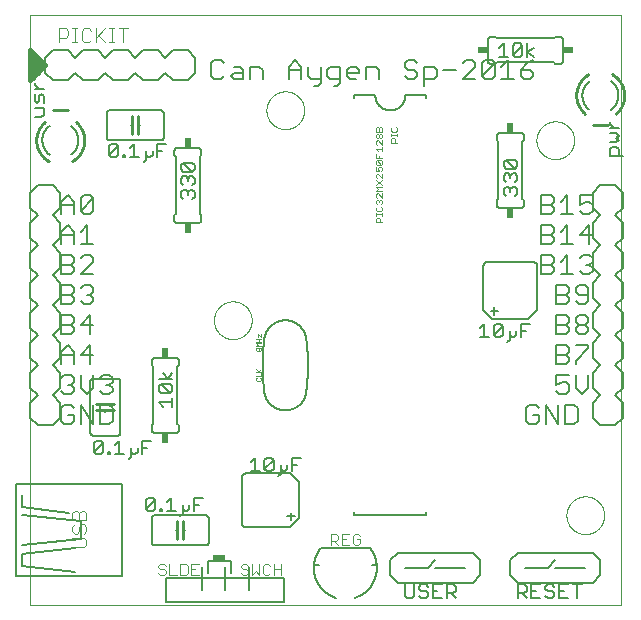
<source format=gto>
G75*
%MOIN*%
%OFA0B0*%
%FSLAX25Y25*%
%IPPOS*%
%LPD*%
%AMOC8*
5,1,8,0,0,1.08239X$1,22.5*
%
%ADD10C,0.00600*%
%ADD11C,0.01600*%
%ADD12C,0.00000*%
%ADD13C,0.00300*%
%ADD14C,0.01000*%
%ADD15C,0.00500*%
%ADD16C,0.00800*%
%ADD17C,0.00400*%
%ADD18R,0.02400X0.03400*%
%ADD19R,0.03400X0.02400*%
%ADD20C,0.00200*%
%ADD21R,0.03937X0.01969*%
%ADD22C,0.00100*%
D10*
X0046514Y0023200D02*
X0046514Y0031200D01*
X0046516Y0031260D01*
X0046521Y0031321D01*
X0046530Y0031380D01*
X0046543Y0031439D01*
X0046559Y0031498D01*
X0046579Y0031555D01*
X0046602Y0031610D01*
X0046629Y0031665D01*
X0046658Y0031717D01*
X0046691Y0031768D01*
X0046727Y0031817D01*
X0046765Y0031863D01*
X0046807Y0031907D01*
X0046851Y0031949D01*
X0046897Y0031987D01*
X0046946Y0032023D01*
X0046997Y0032056D01*
X0047049Y0032085D01*
X0047104Y0032112D01*
X0047159Y0032135D01*
X0047216Y0032155D01*
X0047275Y0032171D01*
X0047334Y0032184D01*
X0047393Y0032193D01*
X0047454Y0032198D01*
X0047514Y0032200D01*
X0064514Y0032200D01*
X0064574Y0032198D01*
X0064635Y0032193D01*
X0064694Y0032184D01*
X0064753Y0032171D01*
X0064812Y0032155D01*
X0064869Y0032135D01*
X0064924Y0032112D01*
X0064979Y0032085D01*
X0065031Y0032056D01*
X0065082Y0032023D01*
X0065131Y0031987D01*
X0065177Y0031949D01*
X0065221Y0031907D01*
X0065263Y0031863D01*
X0065301Y0031817D01*
X0065337Y0031768D01*
X0065370Y0031717D01*
X0065399Y0031665D01*
X0065426Y0031610D01*
X0065449Y0031555D01*
X0065469Y0031498D01*
X0065485Y0031439D01*
X0065498Y0031380D01*
X0065507Y0031321D01*
X0065512Y0031260D01*
X0065514Y0031200D01*
X0065514Y0023200D01*
X0065512Y0023140D01*
X0065507Y0023079D01*
X0065498Y0023020D01*
X0065485Y0022961D01*
X0065469Y0022902D01*
X0065449Y0022845D01*
X0065426Y0022790D01*
X0065399Y0022735D01*
X0065370Y0022683D01*
X0065337Y0022632D01*
X0065301Y0022583D01*
X0065263Y0022537D01*
X0065221Y0022493D01*
X0065177Y0022451D01*
X0065131Y0022413D01*
X0065082Y0022377D01*
X0065031Y0022344D01*
X0064979Y0022315D01*
X0064924Y0022288D01*
X0064869Y0022265D01*
X0064812Y0022245D01*
X0064753Y0022229D01*
X0064694Y0022216D01*
X0064635Y0022207D01*
X0064574Y0022202D01*
X0064514Y0022200D01*
X0047514Y0022200D01*
X0047454Y0022202D01*
X0047393Y0022207D01*
X0047334Y0022216D01*
X0047275Y0022229D01*
X0047216Y0022245D01*
X0047159Y0022265D01*
X0047104Y0022288D01*
X0047049Y0022315D01*
X0046997Y0022344D01*
X0046946Y0022377D01*
X0046897Y0022413D01*
X0046851Y0022451D01*
X0046807Y0022493D01*
X0046765Y0022537D01*
X0046727Y0022583D01*
X0046691Y0022632D01*
X0046658Y0022683D01*
X0046629Y0022735D01*
X0046602Y0022790D01*
X0046579Y0022845D01*
X0046559Y0022902D01*
X0046543Y0022961D01*
X0046530Y0023020D01*
X0046521Y0023079D01*
X0046516Y0023140D01*
X0046514Y0023200D01*
X0054514Y0027200D02*
X0055014Y0027200D01*
X0057014Y0027200D02*
X0057514Y0027200D01*
X0076514Y0029700D02*
X0076514Y0044700D01*
X0076516Y0044776D01*
X0076522Y0044852D01*
X0076531Y0044927D01*
X0076545Y0045002D01*
X0076562Y0045076D01*
X0076583Y0045149D01*
X0076607Y0045221D01*
X0076636Y0045292D01*
X0076667Y0045361D01*
X0076702Y0045428D01*
X0076741Y0045493D01*
X0076783Y0045557D01*
X0076828Y0045618D01*
X0076876Y0045677D01*
X0076927Y0045733D01*
X0076981Y0045787D01*
X0077037Y0045838D01*
X0077096Y0045886D01*
X0077157Y0045931D01*
X0077221Y0045973D01*
X0077286Y0046012D01*
X0077353Y0046047D01*
X0077422Y0046078D01*
X0077493Y0046107D01*
X0077565Y0046131D01*
X0077638Y0046152D01*
X0077712Y0046169D01*
X0077787Y0046183D01*
X0077862Y0046192D01*
X0077938Y0046198D01*
X0078014Y0046200D01*
X0092514Y0046200D01*
X0095514Y0043200D01*
X0095514Y0031200D01*
X0092514Y0028200D01*
X0078014Y0028200D01*
X0077938Y0028202D01*
X0077862Y0028208D01*
X0077787Y0028217D01*
X0077712Y0028231D01*
X0077638Y0028248D01*
X0077565Y0028269D01*
X0077493Y0028293D01*
X0077422Y0028322D01*
X0077353Y0028353D01*
X0077286Y0028388D01*
X0077221Y0028427D01*
X0077157Y0028469D01*
X0077096Y0028514D01*
X0077037Y0028562D01*
X0076981Y0028613D01*
X0076927Y0028667D01*
X0076876Y0028723D01*
X0076828Y0028782D01*
X0076783Y0028843D01*
X0076741Y0028907D01*
X0076702Y0028972D01*
X0076667Y0029039D01*
X0076636Y0029108D01*
X0076607Y0029179D01*
X0076583Y0029251D01*
X0076562Y0029324D01*
X0076545Y0029398D01*
X0076531Y0029473D01*
X0076522Y0029548D01*
X0076516Y0029624D01*
X0076514Y0029700D01*
X0091714Y0031800D02*
X0094314Y0031800D01*
X0093014Y0030600D02*
X0093014Y0033100D01*
X0102766Y0021200D02*
X0119262Y0021200D01*
X0119888Y0015700D02*
X0121467Y0015700D01*
X0119260Y0021200D02*
X0119415Y0020998D01*
X0119566Y0020793D01*
X0119711Y0020584D01*
X0119851Y0020371D01*
X0119986Y0020155D01*
X0120115Y0019936D01*
X0120239Y0019714D01*
X0120358Y0019489D01*
X0120472Y0019261D01*
X0120579Y0019031D01*
X0120681Y0018798D01*
X0120778Y0018562D01*
X0120869Y0018324D01*
X0120954Y0018084D01*
X0121033Y0017842D01*
X0121106Y0017599D01*
X0121173Y0017353D01*
X0121235Y0017106D01*
X0121290Y0016858D01*
X0121339Y0016608D01*
X0121382Y0016357D01*
X0121419Y0016106D01*
X0121450Y0015853D01*
X0121475Y0015600D01*
X0121494Y0015346D01*
X0121507Y0015092D01*
X0121513Y0014837D01*
X0121513Y0014583D01*
X0121507Y0014328D01*
X0121495Y0014074D01*
X0121477Y0013820D01*
X0121453Y0013567D01*
X0121422Y0013314D01*
X0121386Y0013063D01*
X0121343Y0012812D01*
X0121294Y0012562D01*
X0121239Y0012313D01*
X0121178Y0012066D01*
X0121112Y0011821D01*
X0121039Y0011577D01*
X0120960Y0011335D01*
X0120876Y0011095D01*
X0120785Y0010857D01*
X0120689Y0010621D01*
X0120588Y0010388D01*
X0120480Y0010157D01*
X0120367Y0009929D01*
X0120249Y0009704D01*
X0120125Y0009481D01*
X0119996Y0009262D01*
X0119862Y0009046D01*
X0119722Y0008833D01*
X0119577Y0008624D01*
X0119428Y0008418D01*
X0119273Y0008216D01*
X0119113Y0008018D01*
X0118949Y0007824D01*
X0118780Y0007633D01*
X0118606Y0007447D01*
X0118428Y0007265D01*
X0118246Y0007088D01*
X0118059Y0006915D01*
X0117869Y0006746D01*
X0117674Y0006582D01*
X0117475Y0006423D01*
X0117273Y0006269D01*
X0117067Y0006120D01*
X0116857Y0005976D01*
X0116644Y0005837D01*
X0116427Y0005703D01*
X0116208Y0005574D01*
X0115985Y0005451D01*
X0115759Y0005333D01*
X0115531Y0005221D01*
X0115300Y0005115D01*
X0115066Y0005013D01*
X0114830Y0004918D01*
X0114592Y0004828D01*
X0114352Y0004745D01*
X0114110Y0004667D01*
X0107916Y0004667D02*
X0107674Y0004745D01*
X0107434Y0004829D01*
X0107196Y0004918D01*
X0106960Y0005014D01*
X0106726Y0005115D01*
X0106495Y0005221D01*
X0106267Y0005334D01*
X0106041Y0005451D01*
X0105818Y0005574D01*
X0105599Y0005703D01*
X0105382Y0005837D01*
X0105169Y0005976D01*
X0104959Y0006120D01*
X0104753Y0006269D01*
X0104551Y0006423D01*
X0104352Y0006582D01*
X0104157Y0006746D01*
X0103966Y0006915D01*
X0103780Y0007088D01*
X0103597Y0007265D01*
X0103419Y0007447D01*
X0103246Y0007633D01*
X0103077Y0007824D01*
X0102913Y0008018D01*
X0102753Y0008216D01*
X0102598Y0008418D01*
X0102449Y0008624D01*
X0102304Y0008833D01*
X0102164Y0009046D01*
X0102030Y0009262D01*
X0101901Y0009482D01*
X0101777Y0009704D01*
X0101658Y0009929D01*
X0101546Y0010157D01*
X0101438Y0010388D01*
X0101337Y0010621D01*
X0101241Y0010857D01*
X0101150Y0011095D01*
X0101066Y0011335D01*
X0100987Y0011577D01*
X0100914Y0011821D01*
X0100848Y0012067D01*
X0100787Y0012314D01*
X0100732Y0012562D01*
X0100683Y0012812D01*
X0100640Y0013063D01*
X0100604Y0013315D01*
X0100573Y0013567D01*
X0100549Y0013821D01*
X0100531Y0014074D01*
X0100519Y0014329D01*
X0100513Y0014583D01*
X0100513Y0014838D01*
X0100519Y0015092D01*
X0100532Y0015346D01*
X0100551Y0015600D01*
X0100576Y0015853D01*
X0100607Y0016106D01*
X0100644Y0016358D01*
X0100687Y0016608D01*
X0100736Y0016858D01*
X0100791Y0017107D01*
X0100853Y0017354D01*
X0100920Y0017599D01*
X0100993Y0017843D01*
X0101072Y0018085D01*
X0101157Y0018324D01*
X0101248Y0018562D01*
X0101345Y0018798D01*
X0101447Y0019031D01*
X0101555Y0019261D01*
X0101668Y0019489D01*
X0101787Y0019714D01*
X0101911Y0019936D01*
X0102040Y0020155D01*
X0102175Y0020371D01*
X0102315Y0020584D01*
X0102461Y0020793D01*
X0102611Y0020998D01*
X0102766Y0021200D01*
X0102140Y0015700D02*
X0100561Y0015700D01*
X0054514Y0059700D02*
X0047514Y0059700D01*
X0047454Y0059702D01*
X0047393Y0059707D01*
X0047334Y0059716D01*
X0047275Y0059729D01*
X0047216Y0059745D01*
X0047159Y0059765D01*
X0047104Y0059788D01*
X0047049Y0059815D01*
X0046997Y0059844D01*
X0046946Y0059877D01*
X0046897Y0059913D01*
X0046851Y0059951D01*
X0046807Y0059993D01*
X0046765Y0060037D01*
X0046727Y0060083D01*
X0046691Y0060132D01*
X0046658Y0060183D01*
X0046629Y0060235D01*
X0046602Y0060290D01*
X0046579Y0060345D01*
X0046559Y0060402D01*
X0046543Y0060461D01*
X0046530Y0060520D01*
X0046521Y0060579D01*
X0046516Y0060640D01*
X0046514Y0060700D01*
X0046514Y0062200D01*
X0047014Y0062700D01*
X0047014Y0081700D01*
X0046514Y0082200D01*
X0046514Y0083700D01*
X0046516Y0083760D01*
X0046521Y0083821D01*
X0046530Y0083880D01*
X0046543Y0083939D01*
X0046559Y0083998D01*
X0046579Y0084055D01*
X0046602Y0084110D01*
X0046629Y0084165D01*
X0046658Y0084217D01*
X0046691Y0084268D01*
X0046727Y0084317D01*
X0046765Y0084363D01*
X0046807Y0084407D01*
X0046851Y0084449D01*
X0046897Y0084487D01*
X0046946Y0084523D01*
X0046997Y0084556D01*
X0047049Y0084585D01*
X0047104Y0084612D01*
X0047159Y0084635D01*
X0047216Y0084655D01*
X0047275Y0084671D01*
X0047334Y0084684D01*
X0047393Y0084693D01*
X0047454Y0084698D01*
X0047514Y0084700D01*
X0054514Y0084700D01*
X0054574Y0084698D01*
X0054635Y0084693D01*
X0054694Y0084684D01*
X0054753Y0084671D01*
X0054812Y0084655D01*
X0054869Y0084635D01*
X0054924Y0084612D01*
X0054979Y0084585D01*
X0055031Y0084556D01*
X0055082Y0084523D01*
X0055131Y0084487D01*
X0055177Y0084449D01*
X0055221Y0084407D01*
X0055263Y0084363D01*
X0055301Y0084317D01*
X0055337Y0084268D01*
X0055370Y0084217D01*
X0055399Y0084165D01*
X0055426Y0084110D01*
X0055449Y0084055D01*
X0055469Y0083998D01*
X0055485Y0083939D01*
X0055498Y0083880D01*
X0055507Y0083821D01*
X0055512Y0083760D01*
X0055514Y0083700D01*
X0055514Y0082200D01*
X0055014Y0081700D01*
X0055014Y0062700D01*
X0055514Y0062200D01*
X0055514Y0060700D01*
X0055512Y0060640D01*
X0055507Y0060579D01*
X0055498Y0060520D01*
X0055485Y0060461D01*
X0055469Y0060402D01*
X0055449Y0060345D01*
X0055426Y0060290D01*
X0055399Y0060235D01*
X0055370Y0060183D01*
X0055337Y0060132D01*
X0055301Y0060083D01*
X0055263Y0060037D01*
X0055221Y0059993D01*
X0055177Y0059951D01*
X0055131Y0059913D01*
X0055082Y0059877D01*
X0055031Y0059844D01*
X0054979Y0059815D01*
X0054924Y0059788D01*
X0054869Y0059765D01*
X0054812Y0059745D01*
X0054753Y0059729D01*
X0054694Y0059716D01*
X0054635Y0059707D01*
X0054574Y0059702D01*
X0054514Y0059700D01*
X0036014Y0059763D02*
X0036014Y0076763D01*
X0036012Y0076823D01*
X0036007Y0076884D01*
X0035998Y0076943D01*
X0035985Y0077002D01*
X0035969Y0077061D01*
X0035949Y0077118D01*
X0035926Y0077173D01*
X0035899Y0077228D01*
X0035870Y0077280D01*
X0035837Y0077331D01*
X0035801Y0077380D01*
X0035763Y0077426D01*
X0035721Y0077470D01*
X0035677Y0077512D01*
X0035631Y0077550D01*
X0035582Y0077586D01*
X0035531Y0077619D01*
X0035479Y0077648D01*
X0035424Y0077675D01*
X0035369Y0077698D01*
X0035312Y0077718D01*
X0035253Y0077734D01*
X0035194Y0077747D01*
X0035135Y0077756D01*
X0035074Y0077761D01*
X0035014Y0077763D01*
X0027014Y0077763D01*
X0026954Y0077761D01*
X0026893Y0077756D01*
X0026834Y0077747D01*
X0026775Y0077734D01*
X0026716Y0077718D01*
X0026659Y0077698D01*
X0026604Y0077675D01*
X0026549Y0077648D01*
X0026497Y0077619D01*
X0026446Y0077586D01*
X0026397Y0077550D01*
X0026351Y0077512D01*
X0026307Y0077470D01*
X0026265Y0077426D01*
X0026227Y0077380D01*
X0026191Y0077331D01*
X0026158Y0077280D01*
X0026129Y0077228D01*
X0026102Y0077173D01*
X0026079Y0077118D01*
X0026059Y0077061D01*
X0026043Y0077002D01*
X0026030Y0076943D01*
X0026021Y0076884D01*
X0026016Y0076823D01*
X0026014Y0076763D01*
X0026014Y0059763D01*
X0026016Y0059703D01*
X0026021Y0059642D01*
X0026030Y0059583D01*
X0026043Y0059524D01*
X0026059Y0059465D01*
X0026079Y0059408D01*
X0026102Y0059353D01*
X0026129Y0059298D01*
X0026158Y0059246D01*
X0026191Y0059195D01*
X0026227Y0059146D01*
X0026265Y0059100D01*
X0026307Y0059056D01*
X0026351Y0059014D01*
X0026397Y0058976D01*
X0026446Y0058940D01*
X0026497Y0058907D01*
X0026549Y0058878D01*
X0026604Y0058851D01*
X0026659Y0058828D01*
X0026716Y0058808D01*
X0026775Y0058792D01*
X0026834Y0058779D01*
X0026893Y0058770D01*
X0026954Y0058765D01*
X0027014Y0058763D01*
X0035014Y0058763D01*
X0035074Y0058765D01*
X0035135Y0058770D01*
X0035194Y0058779D01*
X0035253Y0058792D01*
X0035312Y0058808D01*
X0035369Y0058828D01*
X0035424Y0058851D01*
X0035479Y0058878D01*
X0035531Y0058907D01*
X0035582Y0058940D01*
X0035631Y0058976D01*
X0035677Y0059014D01*
X0035721Y0059056D01*
X0035763Y0059100D01*
X0035801Y0059146D01*
X0035837Y0059195D01*
X0035870Y0059246D01*
X0035899Y0059298D01*
X0035926Y0059353D01*
X0035949Y0059408D01*
X0035969Y0059465D01*
X0035985Y0059524D01*
X0035998Y0059583D01*
X0036007Y0059642D01*
X0036012Y0059703D01*
X0036014Y0059763D01*
X0032408Y0062500D02*
X0033475Y0063568D01*
X0033475Y0067838D01*
X0032408Y0068905D01*
X0029205Y0068905D01*
X0029205Y0062500D01*
X0032408Y0062500D01*
X0031014Y0066763D02*
X0031014Y0067263D01*
X0031014Y0069263D02*
X0031014Y0069763D01*
X0030272Y0072500D02*
X0029205Y0073568D01*
X0030272Y0072500D02*
X0032408Y0072500D01*
X0033475Y0073568D01*
X0033475Y0074635D01*
X0032408Y0075703D01*
X0031340Y0075703D01*
X0032408Y0075703D02*
X0033475Y0076770D01*
X0033475Y0077838D01*
X0032408Y0078905D01*
X0030272Y0078905D01*
X0029205Y0077838D01*
X0027030Y0078905D02*
X0027030Y0074635D01*
X0024894Y0072500D01*
X0022759Y0074635D01*
X0022759Y0078905D01*
X0020584Y0077838D02*
X0020584Y0076770D01*
X0019517Y0075703D01*
X0020584Y0074635D01*
X0020584Y0073568D01*
X0019517Y0072500D01*
X0017381Y0072500D01*
X0016314Y0073568D01*
X0018449Y0075703D02*
X0019517Y0075703D01*
X0020584Y0077838D02*
X0019517Y0078905D01*
X0017381Y0078905D01*
X0016314Y0077838D01*
X0016314Y0082500D02*
X0016314Y0086770D01*
X0018449Y0088905D01*
X0020584Y0086770D01*
X0020584Y0082500D01*
X0020584Y0085703D02*
X0016314Y0085703D01*
X0016314Y0092500D02*
X0019517Y0092500D01*
X0020584Y0093568D01*
X0020584Y0094635D01*
X0019517Y0095703D01*
X0016314Y0095703D01*
X0016314Y0098905D02*
X0016314Y0092500D01*
X0019517Y0095703D02*
X0020584Y0096770D01*
X0020584Y0097838D01*
X0019517Y0098905D01*
X0016314Y0098905D01*
X0016314Y0102500D02*
X0019517Y0102500D01*
X0020584Y0103568D01*
X0020584Y0104635D01*
X0019517Y0105703D01*
X0016314Y0105703D01*
X0016314Y0108905D02*
X0016314Y0102500D01*
X0019517Y0105703D02*
X0020584Y0106770D01*
X0020584Y0107838D01*
X0019517Y0108905D01*
X0016314Y0108905D01*
X0016314Y0112500D02*
X0019517Y0112500D01*
X0020584Y0113568D01*
X0020584Y0114635D01*
X0019517Y0115703D01*
X0016314Y0115703D01*
X0016314Y0118905D02*
X0016314Y0112500D01*
X0019517Y0115703D02*
X0020584Y0116770D01*
X0020584Y0117838D01*
X0019517Y0118905D01*
X0016314Y0118905D01*
X0016314Y0122500D02*
X0016314Y0126770D01*
X0018449Y0128905D01*
X0020584Y0126770D01*
X0020584Y0122500D01*
X0022759Y0122500D02*
X0027030Y0122500D01*
X0024894Y0122500D02*
X0024894Y0128905D01*
X0022759Y0126770D01*
X0020584Y0125703D02*
X0016314Y0125703D01*
X0016314Y0132500D02*
X0016314Y0136770D01*
X0018449Y0138905D01*
X0020584Y0136770D01*
X0020584Y0132500D01*
X0022759Y0133568D02*
X0027030Y0137838D01*
X0027030Y0133568D01*
X0025962Y0132500D01*
X0023827Y0132500D01*
X0022759Y0133568D01*
X0022759Y0137838D01*
X0023827Y0138905D01*
X0025962Y0138905D01*
X0027030Y0137838D01*
X0020584Y0135703D02*
X0016314Y0135703D01*
X0023827Y0118905D02*
X0022759Y0117838D01*
X0023827Y0118905D02*
X0025962Y0118905D01*
X0027030Y0117838D01*
X0027030Y0116770D01*
X0022759Y0112500D01*
X0027030Y0112500D01*
X0025962Y0108905D02*
X0027030Y0107838D01*
X0027030Y0106770D01*
X0025962Y0105703D01*
X0027030Y0104635D01*
X0027030Y0103568D01*
X0025962Y0102500D01*
X0023827Y0102500D01*
X0022759Y0103568D01*
X0024894Y0105703D02*
X0025962Y0105703D01*
X0023827Y0108905D02*
X0022759Y0107838D01*
X0023827Y0108905D02*
X0025962Y0108905D01*
X0025962Y0098905D02*
X0022759Y0095703D01*
X0027030Y0095703D01*
X0025962Y0098905D02*
X0025962Y0092500D01*
X0025962Y0088905D02*
X0022759Y0085703D01*
X0027030Y0085703D01*
X0025962Y0088905D02*
X0025962Y0082500D01*
X0027030Y0068905D02*
X0027030Y0062500D01*
X0022759Y0068905D01*
X0022759Y0062500D01*
X0020584Y0063568D02*
X0020584Y0065703D01*
X0018449Y0065703D01*
X0016314Y0067838D02*
X0016314Y0063568D01*
X0017381Y0062500D01*
X0019517Y0062500D01*
X0020584Y0063568D01*
X0020584Y0067838D02*
X0019517Y0068905D01*
X0017381Y0068905D01*
X0016314Y0067838D01*
X0055014Y0129700D02*
X0062014Y0129700D01*
X0062074Y0129702D01*
X0062135Y0129707D01*
X0062194Y0129716D01*
X0062253Y0129729D01*
X0062312Y0129745D01*
X0062369Y0129765D01*
X0062424Y0129788D01*
X0062479Y0129815D01*
X0062531Y0129844D01*
X0062582Y0129877D01*
X0062631Y0129913D01*
X0062677Y0129951D01*
X0062721Y0129993D01*
X0062763Y0130037D01*
X0062801Y0130083D01*
X0062837Y0130132D01*
X0062870Y0130183D01*
X0062899Y0130235D01*
X0062926Y0130290D01*
X0062949Y0130345D01*
X0062969Y0130402D01*
X0062985Y0130461D01*
X0062998Y0130520D01*
X0063007Y0130579D01*
X0063012Y0130640D01*
X0063014Y0130700D01*
X0063014Y0132200D01*
X0062514Y0132700D01*
X0062514Y0151700D01*
X0063014Y0152200D01*
X0063014Y0153700D01*
X0063012Y0153760D01*
X0063007Y0153821D01*
X0062998Y0153880D01*
X0062985Y0153939D01*
X0062969Y0153998D01*
X0062949Y0154055D01*
X0062926Y0154110D01*
X0062899Y0154165D01*
X0062870Y0154217D01*
X0062837Y0154268D01*
X0062801Y0154317D01*
X0062763Y0154363D01*
X0062721Y0154407D01*
X0062677Y0154449D01*
X0062631Y0154487D01*
X0062582Y0154523D01*
X0062531Y0154556D01*
X0062479Y0154585D01*
X0062424Y0154612D01*
X0062369Y0154635D01*
X0062312Y0154655D01*
X0062253Y0154671D01*
X0062194Y0154684D01*
X0062135Y0154693D01*
X0062074Y0154698D01*
X0062014Y0154700D01*
X0055014Y0154700D01*
X0054954Y0154698D01*
X0054893Y0154693D01*
X0054834Y0154684D01*
X0054775Y0154671D01*
X0054716Y0154655D01*
X0054659Y0154635D01*
X0054604Y0154612D01*
X0054549Y0154585D01*
X0054497Y0154556D01*
X0054446Y0154523D01*
X0054397Y0154487D01*
X0054351Y0154449D01*
X0054307Y0154407D01*
X0054265Y0154363D01*
X0054227Y0154317D01*
X0054191Y0154268D01*
X0054158Y0154217D01*
X0054129Y0154165D01*
X0054102Y0154110D01*
X0054079Y0154055D01*
X0054059Y0153998D01*
X0054043Y0153939D01*
X0054030Y0153880D01*
X0054021Y0153821D01*
X0054016Y0153760D01*
X0054014Y0153700D01*
X0054014Y0152200D01*
X0054514Y0151700D01*
X0054514Y0132700D01*
X0054014Y0132200D01*
X0054014Y0130700D01*
X0054016Y0130640D01*
X0054021Y0130579D01*
X0054030Y0130520D01*
X0054043Y0130461D01*
X0054059Y0130402D01*
X0054079Y0130345D01*
X0054102Y0130290D01*
X0054129Y0130235D01*
X0054158Y0130183D01*
X0054191Y0130132D01*
X0054227Y0130083D01*
X0054265Y0130037D01*
X0054307Y0129993D01*
X0054351Y0129951D01*
X0054397Y0129913D01*
X0054446Y0129877D01*
X0054497Y0129844D01*
X0054549Y0129815D01*
X0054604Y0129788D01*
X0054659Y0129765D01*
X0054716Y0129745D01*
X0054775Y0129729D01*
X0054834Y0129716D01*
X0054893Y0129707D01*
X0054954Y0129702D01*
X0055014Y0129700D01*
X0049514Y0157200D02*
X0032514Y0157200D01*
X0032454Y0157202D01*
X0032393Y0157207D01*
X0032334Y0157216D01*
X0032275Y0157229D01*
X0032216Y0157245D01*
X0032159Y0157265D01*
X0032104Y0157288D01*
X0032049Y0157315D01*
X0031997Y0157344D01*
X0031946Y0157377D01*
X0031897Y0157413D01*
X0031851Y0157451D01*
X0031807Y0157493D01*
X0031765Y0157537D01*
X0031727Y0157583D01*
X0031691Y0157632D01*
X0031658Y0157683D01*
X0031629Y0157735D01*
X0031602Y0157790D01*
X0031579Y0157845D01*
X0031559Y0157902D01*
X0031543Y0157961D01*
X0031530Y0158020D01*
X0031521Y0158079D01*
X0031516Y0158140D01*
X0031514Y0158200D01*
X0031514Y0166200D01*
X0031516Y0166260D01*
X0031521Y0166321D01*
X0031530Y0166380D01*
X0031543Y0166439D01*
X0031559Y0166498D01*
X0031579Y0166555D01*
X0031602Y0166610D01*
X0031629Y0166665D01*
X0031658Y0166717D01*
X0031691Y0166768D01*
X0031727Y0166817D01*
X0031765Y0166863D01*
X0031807Y0166907D01*
X0031851Y0166949D01*
X0031897Y0166987D01*
X0031946Y0167023D01*
X0031997Y0167056D01*
X0032049Y0167085D01*
X0032104Y0167112D01*
X0032159Y0167135D01*
X0032216Y0167155D01*
X0032275Y0167171D01*
X0032334Y0167184D01*
X0032393Y0167193D01*
X0032454Y0167198D01*
X0032514Y0167200D01*
X0049514Y0167200D01*
X0049574Y0167198D01*
X0049635Y0167193D01*
X0049694Y0167184D01*
X0049753Y0167171D01*
X0049812Y0167155D01*
X0049869Y0167135D01*
X0049924Y0167112D01*
X0049979Y0167085D01*
X0050031Y0167056D01*
X0050082Y0167023D01*
X0050131Y0166987D01*
X0050177Y0166949D01*
X0050221Y0166907D01*
X0050263Y0166863D01*
X0050301Y0166817D01*
X0050337Y0166768D01*
X0050370Y0166717D01*
X0050399Y0166665D01*
X0050426Y0166610D01*
X0050449Y0166555D01*
X0050469Y0166498D01*
X0050485Y0166439D01*
X0050498Y0166380D01*
X0050507Y0166321D01*
X0050512Y0166260D01*
X0050514Y0166200D01*
X0050514Y0158200D01*
X0050512Y0158140D01*
X0050507Y0158079D01*
X0050498Y0158020D01*
X0050485Y0157961D01*
X0050469Y0157902D01*
X0050449Y0157845D01*
X0050426Y0157790D01*
X0050399Y0157735D01*
X0050370Y0157683D01*
X0050337Y0157632D01*
X0050301Y0157583D01*
X0050263Y0157537D01*
X0050221Y0157493D01*
X0050177Y0157451D01*
X0050131Y0157413D01*
X0050082Y0157377D01*
X0050031Y0157344D01*
X0049979Y0157315D01*
X0049924Y0157288D01*
X0049869Y0157265D01*
X0049812Y0157245D01*
X0049753Y0157229D01*
X0049694Y0157216D01*
X0049635Y0157207D01*
X0049574Y0157202D01*
X0049514Y0157200D01*
X0042514Y0162200D02*
X0042014Y0162200D01*
X0040014Y0162200D02*
X0039514Y0162200D01*
X0022014Y0157200D02*
X0022012Y0157048D01*
X0022006Y0156897D01*
X0021997Y0156746D01*
X0021983Y0156594D01*
X0021966Y0156444D01*
X0021945Y0156294D01*
X0021920Y0156144D01*
X0021892Y0155995D01*
X0021859Y0155847D01*
X0021823Y0155700D01*
X0021784Y0155553D01*
X0021740Y0155408D01*
X0021693Y0155264D01*
X0021642Y0155121D01*
X0021588Y0154980D01*
X0021530Y0154839D01*
X0021469Y0154701D01*
X0021404Y0154564D01*
X0021335Y0154428D01*
X0021264Y0154295D01*
X0021189Y0154163D01*
X0021110Y0154033D01*
X0021029Y0153906D01*
X0020944Y0153780D01*
X0020856Y0153656D01*
X0020765Y0153535D01*
X0020671Y0153416D01*
X0020573Y0153300D01*
X0020473Y0153186D01*
X0020371Y0153074D01*
X0020265Y0152966D01*
X0020157Y0152860D01*
X0020046Y0152756D01*
X0019932Y0152656D01*
X0019816Y0152558D01*
X0019697Y0152464D01*
X0010014Y0157200D02*
X0010016Y0157354D01*
X0010022Y0157508D01*
X0010032Y0157662D01*
X0010046Y0157816D01*
X0010063Y0157969D01*
X0010085Y0158121D01*
X0010111Y0158273D01*
X0010140Y0158425D01*
X0010174Y0158575D01*
X0010211Y0158725D01*
X0010252Y0158873D01*
X0010297Y0159021D01*
X0010346Y0159167D01*
X0010398Y0159312D01*
X0010454Y0159455D01*
X0010514Y0159598D01*
X0010577Y0159738D01*
X0010644Y0159877D01*
X0010715Y0160014D01*
X0010789Y0160149D01*
X0010866Y0160282D01*
X0010947Y0160414D01*
X0011031Y0160543D01*
X0011119Y0160670D01*
X0011210Y0160794D01*
X0011303Y0160916D01*
X0011401Y0161036D01*
X0011501Y0161153D01*
X0011604Y0161268D01*
X0011710Y0161380D01*
X0011818Y0161489D01*
X0011930Y0161595D01*
X0012044Y0161699D01*
X0012161Y0161799D01*
X0012280Y0161897D01*
X0012402Y0161991D01*
X0012527Y0162082D01*
X0010014Y0157200D02*
X0010016Y0157050D01*
X0010022Y0156899D01*
X0010031Y0156749D01*
X0010044Y0156600D01*
X0010061Y0156450D01*
X0010082Y0156301D01*
X0010106Y0156153D01*
X0010134Y0156005D01*
X0010166Y0155858D01*
X0010201Y0155712D01*
X0010241Y0155567D01*
X0010283Y0155423D01*
X0010330Y0155280D01*
X0010380Y0155138D01*
X0010433Y0154997D01*
X0010490Y0154858D01*
X0010550Y0154720D01*
X0010614Y0154584D01*
X0010681Y0154450D01*
X0010752Y0154317D01*
X0010826Y0154186D01*
X0010903Y0154057D01*
X0010984Y0153930D01*
X0011067Y0153805D01*
X0011154Y0153682D01*
X0011243Y0153561D01*
X0011336Y0153443D01*
X0011432Y0153327D01*
X0011530Y0153213D01*
X0011631Y0153102D01*
X0011736Y0152993D01*
X0011842Y0152888D01*
X0011952Y0152784D01*
X0012064Y0152684D01*
X0012178Y0152586D01*
X0012295Y0152492D01*
X0012414Y0152400D01*
X0022014Y0157200D02*
X0022012Y0157352D01*
X0022006Y0157503D01*
X0021997Y0157654D01*
X0021983Y0157806D01*
X0021966Y0157956D01*
X0021945Y0158106D01*
X0021920Y0158256D01*
X0021892Y0158405D01*
X0021859Y0158553D01*
X0021823Y0158700D01*
X0021784Y0158847D01*
X0021740Y0158992D01*
X0021693Y0159136D01*
X0021642Y0159279D01*
X0021588Y0159420D01*
X0021530Y0159561D01*
X0021469Y0159699D01*
X0021404Y0159836D01*
X0021335Y0159972D01*
X0021264Y0160105D01*
X0021189Y0160237D01*
X0021110Y0160367D01*
X0021029Y0160494D01*
X0020944Y0160620D01*
X0020856Y0160744D01*
X0020765Y0160865D01*
X0020671Y0160984D01*
X0020573Y0161100D01*
X0020473Y0161214D01*
X0020371Y0161326D01*
X0020265Y0161434D01*
X0020157Y0161540D01*
X0020046Y0161644D01*
X0019932Y0161744D01*
X0019816Y0161842D01*
X0019697Y0161936D01*
X0066314Y0178568D02*
X0067381Y0177500D01*
X0069517Y0177500D01*
X0070584Y0178568D01*
X0072759Y0178568D02*
X0073827Y0179635D01*
X0077030Y0179635D01*
X0077030Y0180703D02*
X0077030Y0177500D01*
X0073827Y0177500D01*
X0072759Y0178568D01*
X0073827Y0181770D02*
X0075962Y0181770D01*
X0077030Y0180703D01*
X0079205Y0181770D02*
X0079205Y0177500D01*
X0083475Y0177500D02*
X0083475Y0180703D01*
X0082408Y0181770D01*
X0079205Y0181770D01*
X0070584Y0182838D02*
X0069517Y0183905D01*
X0067381Y0183905D01*
X0066314Y0182838D01*
X0066314Y0178568D01*
X0092096Y0177500D02*
X0092096Y0181770D01*
X0094231Y0183905D01*
X0096366Y0181770D01*
X0096366Y0177500D01*
X0098541Y0178568D02*
X0099609Y0177500D01*
X0102812Y0177500D01*
X0102812Y0176432D02*
X0101744Y0175365D01*
X0100676Y0175365D01*
X0098541Y0178568D02*
X0098541Y0181770D01*
X0096366Y0180703D02*
X0092096Y0180703D01*
X0102812Y0181770D02*
X0102812Y0176432D01*
X0104987Y0178568D02*
X0106054Y0177500D01*
X0109257Y0177500D01*
X0109257Y0176432D02*
X0108189Y0175365D01*
X0107122Y0175365D01*
X0109257Y0176432D02*
X0109257Y0181770D01*
X0106054Y0181770D01*
X0104987Y0180703D01*
X0104987Y0178568D01*
X0111432Y0178568D02*
X0111432Y0180703D01*
X0112500Y0181770D01*
X0114635Y0181770D01*
X0115703Y0180703D01*
X0115703Y0179635D01*
X0111432Y0179635D01*
X0111432Y0178568D02*
X0112500Y0177500D01*
X0114635Y0177500D01*
X0117878Y0177500D02*
X0117878Y0181770D01*
X0121080Y0181770D01*
X0122148Y0180703D01*
X0122148Y0177500D01*
X0130769Y0178568D02*
X0131836Y0177500D01*
X0133971Y0177500D01*
X0135039Y0178568D01*
X0135039Y0179635D01*
X0133971Y0180703D01*
X0131836Y0180703D01*
X0130769Y0181770D01*
X0130769Y0182838D01*
X0131836Y0183905D01*
X0133971Y0183905D01*
X0135039Y0182838D01*
X0137214Y0181770D02*
X0140417Y0181770D01*
X0141485Y0180703D01*
X0141485Y0178568D01*
X0140417Y0177500D01*
X0137214Y0177500D01*
X0137214Y0175365D02*
X0137214Y0181770D01*
X0143660Y0180703D02*
X0147930Y0180703D01*
X0150105Y0182838D02*
X0151173Y0183905D01*
X0153308Y0183905D01*
X0154376Y0182838D01*
X0154376Y0181770D01*
X0150105Y0177500D01*
X0154376Y0177500D01*
X0156551Y0178568D02*
X0160821Y0182838D01*
X0160821Y0178568D01*
X0159753Y0177500D01*
X0157618Y0177500D01*
X0156551Y0178568D01*
X0156551Y0182838D01*
X0157618Y0183905D01*
X0159753Y0183905D01*
X0160821Y0182838D01*
X0161014Y0182700D02*
X0161514Y0183200D01*
X0180514Y0183200D01*
X0181014Y0182700D01*
X0182514Y0182700D01*
X0182574Y0182702D01*
X0182635Y0182707D01*
X0182694Y0182716D01*
X0182753Y0182729D01*
X0182812Y0182745D01*
X0182869Y0182765D01*
X0182924Y0182788D01*
X0182979Y0182815D01*
X0183031Y0182844D01*
X0183082Y0182877D01*
X0183131Y0182913D01*
X0183177Y0182951D01*
X0183221Y0182993D01*
X0183263Y0183037D01*
X0183301Y0183083D01*
X0183337Y0183132D01*
X0183370Y0183183D01*
X0183399Y0183235D01*
X0183426Y0183290D01*
X0183449Y0183345D01*
X0183469Y0183402D01*
X0183485Y0183461D01*
X0183498Y0183520D01*
X0183507Y0183579D01*
X0183512Y0183640D01*
X0183514Y0183700D01*
X0183514Y0190700D01*
X0183512Y0190760D01*
X0183507Y0190821D01*
X0183498Y0190880D01*
X0183485Y0190939D01*
X0183469Y0190998D01*
X0183449Y0191055D01*
X0183426Y0191110D01*
X0183399Y0191165D01*
X0183370Y0191217D01*
X0183337Y0191268D01*
X0183301Y0191317D01*
X0183263Y0191363D01*
X0183221Y0191407D01*
X0183177Y0191449D01*
X0183131Y0191487D01*
X0183082Y0191523D01*
X0183031Y0191556D01*
X0182979Y0191585D01*
X0182924Y0191612D01*
X0182869Y0191635D01*
X0182812Y0191655D01*
X0182753Y0191671D01*
X0182694Y0191684D01*
X0182635Y0191693D01*
X0182574Y0191698D01*
X0182514Y0191700D01*
X0181014Y0191700D01*
X0180514Y0191200D01*
X0161514Y0191200D01*
X0161014Y0191700D01*
X0159514Y0191700D01*
X0159454Y0191698D01*
X0159393Y0191693D01*
X0159334Y0191684D01*
X0159275Y0191671D01*
X0159216Y0191655D01*
X0159159Y0191635D01*
X0159104Y0191612D01*
X0159049Y0191585D01*
X0158997Y0191556D01*
X0158946Y0191523D01*
X0158897Y0191487D01*
X0158851Y0191449D01*
X0158807Y0191407D01*
X0158765Y0191363D01*
X0158727Y0191317D01*
X0158691Y0191268D01*
X0158658Y0191217D01*
X0158629Y0191165D01*
X0158602Y0191110D01*
X0158579Y0191055D01*
X0158559Y0190998D01*
X0158543Y0190939D01*
X0158530Y0190880D01*
X0158521Y0190821D01*
X0158516Y0190760D01*
X0158514Y0190700D01*
X0158514Y0183700D01*
X0158516Y0183640D01*
X0158521Y0183579D01*
X0158530Y0183520D01*
X0158543Y0183461D01*
X0158559Y0183402D01*
X0158579Y0183345D01*
X0158602Y0183290D01*
X0158629Y0183235D01*
X0158658Y0183183D01*
X0158691Y0183132D01*
X0158727Y0183083D01*
X0158765Y0183037D01*
X0158807Y0182993D01*
X0158851Y0182951D01*
X0158897Y0182913D01*
X0158946Y0182877D01*
X0158997Y0182844D01*
X0159049Y0182815D01*
X0159104Y0182788D01*
X0159159Y0182765D01*
X0159216Y0182745D01*
X0159275Y0182729D01*
X0159334Y0182716D01*
X0159393Y0182707D01*
X0159454Y0182702D01*
X0159514Y0182700D01*
X0161014Y0182700D01*
X0162996Y0181770D02*
X0165131Y0183905D01*
X0165131Y0177500D01*
X0162996Y0177500D02*
X0167267Y0177500D01*
X0169442Y0178568D02*
X0169442Y0180703D01*
X0172644Y0180703D01*
X0173712Y0179635D01*
X0173712Y0178568D01*
X0172644Y0177500D01*
X0170509Y0177500D01*
X0169442Y0178568D01*
X0169442Y0180703D02*
X0171577Y0182838D01*
X0173712Y0183905D01*
X0202014Y0172200D02*
X0202012Y0172046D01*
X0202006Y0171892D01*
X0201996Y0171738D01*
X0201982Y0171584D01*
X0201965Y0171431D01*
X0201943Y0171279D01*
X0201917Y0171127D01*
X0201888Y0170975D01*
X0201854Y0170825D01*
X0201817Y0170675D01*
X0201776Y0170527D01*
X0201731Y0170379D01*
X0201682Y0170233D01*
X0201630Y0170088D01*
X0201574Y0169945D01*
X0201514Y0169802D01*
X0201451Y0169662D01*
X0201384Y0169523D01*
X0201313Y0169386D01*
X0201239Y0169251D01*
X0201162Y0169118D01*
X0201081Y0168986D01*
X0200997Y0168857D01*
X0200909Y0168730D01*
X0200818Y0168606D01*
X0200725Y0168484D01*
X0200627Y0168364D01*
X0200527Y0168247D01*
X0200424Y0168132D01*
X0200318Y0168020D01*
X0200210Y0167911D01*
X0200098Y0167805D01*
X0199984Y0167701D01*
X0199867Y0167601D01*
X0199748Y0167503D01*
X0199626Y0167409D01*
X0199501Y0167318D01*
X0190014Y0172200D02*
X0190016Y0172352D01*
X0190022Y0172503D01*
X0190031Y0172654D01*
X0190045Y0172806D01*
X0190062Y0172956D01*
X0190083Y0173106D01*
X0190108Y0173256D01*
X0190136Y0173405D01*
X0190169Y0173553D01*
X0190205Y0173700D01*
X0190244Y0173847D01*
X0190288Y0173992D01*
X0190335Y0174136D01*
X0190386Y0174279D01*
X0190440Y0174420D01*
X0190498Y0174561D01*
X0190559Y0174699D01*
X0190624Y0174836D01*
X0190693Y0174972D01*
X0190764Y0175105D01*
X0190839Y0175237D01*
X0190918Y0175367D01*
X0190999Y0175494D01*
X0191084Y0175620D01*
X0191172Y0175744D01*
X0191263Y0175865D01*
X0191357Y0175984D01*
X0191455Y0176100D01*
X0191555Y0176214D01*
X0191657Y0176326D01*
X0191763Y0176434D01*
X0191871Y0176540D01*
X0191982Y0176644D01*
X0192096Y0176744D01*
X0192212Y0176842D01*
X0192331Y0176936D01*
X0190014Y0172200D02*
X0190016Y0172048D01*
X0190022Y0171897D01*
X0190031Y0171746D01*
X0190045Y0171594D01*
X0190062Y0171444D01*
X0190083Y0171294D01*
X0190108Y0171144D01*
X0190136Y0170995D01*
X0190169Y0170847D01*
X0190205Y0170700D01*
X0190244Y0170553D01*
X0190288Y0170408D01*
X0190335Y0170264D01*
X0190386Y0170121D01*
X0190440Y0169980D01*
X0190498Y0169839D01*
X0190559Y0169701D01*
X0190624Y0169564D01*
X0190693Y0169428D01*
X0190764Y0169295D01*
X0190839Y0169163D01*
X0190918Y0169033D01*
X0190999Y0168906D01*
X0191084Y0168780D01*
X0191172Y0168656D01*
X0191263Y0168535D01*
X0191357Y0168416D01*
X0191455Y0168300D01*
X0191555Y0168186D01*
X0191657Y0168074D01*
X0191763Y0167966D01*
X0191871Y0167860D01*
X0191982Y0167756D01*
X0192096Y0167656D01*
X0192212Y0167558D01*
X0192331Y0167464D01*
X0202014Y0172200D02*
X0202012Y0172350D01*
X0202006Y0172501D01*
X0201997Y0172651D01*
X0201984Y0172800D01*
X0201967Y0172950D01*
X0201946Y0173099D01*
X0201922Y0173247D01*
X0201894Y0173395D01*
X0201862Y0173542D01*
X0201827Y0173688D01*
X0201787Y0173833D01*
X0201745Y0173977D01*
X0201698Y0174120D01*
X0201648Y0174262D01*
X0201595Y0174403D01*
X0201538Y0174542D01*
X0201478Y0174680D01*
X0201414Y0174816D01*
X0201347Y0174950D01*
X0201276Y0175083D01*
X0201202Y0175214D01*
X0201125Y0175343D01*
X0201044Y0175470D01*
X0200961Y0175595D01*
X0200874Y0175718D01*
X0200785Y0175839D01*
X0200692Y0175957D01*
X0200596Y0176073D01*
X0200498Y0176187D01*
X0200397Y0176298D01*
X0200292Y0176407D01*
X0200186Y0176512D01*
X0200076Y0176616D01*
X0199964Y0176716D01*
X0199850Y0176814D01*
X0199733Y0176908D01*
X0199614Y0177000D01*
X0170514Y0158700D02*
X0170514Y0157200D01*
X0170014Y0156700D01*
X0170014Y0137700D01*
X0170514Y0137200D01*
X0170514Y0135700D01*
X0170512Y0135640D01*
X0170507Y0135579D01*
X0170498Y0135520D01*
X0170485Y0135461D01*
X0170469Y0135402D01*
X0170449Y0135345D01*
X0170426Y0135290D01*
X0170399Y0135235D01*
X0170370Y0135183D01*
X0170337Y0135132D01*
X0170301Y0135083D01*
X0170263Y0135037D01*
X0170221Y0134993D01*
X0170177Y0134951D01*
X0170131Y0134913D01*
X0170082Y0134877D01*
X0170031Y0134844D01*
X0169979Y0134815D01*
X0169924Y0134788D01*
X0169869Y0134765D01*
X0169812Y0134745D01*
X0169753Y0134729D01*
X0169694Y0134716D01*
X0169635Y0134707D01*
X0169574Y0134702D01*
X0169514Y0134700D01*
X0162514Y0134700D01*
X0162454Y0134702D01*
X0162393Y0134707D01*
X0162334Y0134716D01*
X0162275Y0134729D01*
X0162216Y0134745D01*
X0162159Y0134765D01*
X0162104Y0134788D01*
X0162049Y0134815D01*
X0161997Y0134844D01*
X0161946Y0134877D01*
X0161897Y0134913D01*
X0161851Y0134951D01*
X0161807Y0134993D01*
X0161765Y0135037D01*
X0161727Y0135083D01*
X0161691Y0135132D01*
X0161658Y0135183D01*
X0161629Y0135235D01*
X0161602Y0135290D01*
X0161579Y0135345D01*
X0161559Y0135402D01*
X0161543Y0135461D01*
X0161530Y0135520D01*
X0161521Y0135579D01*
X0161516Y0135640D01*
X0161514Y0135700D01*
X0161514Y0137200D01*
X0162014Y0137700D01*
X0162014Y0156700D01*
X0161514Y0157200D01*
X0161514Y0158700D01*
X0161516Y0158760D01*
X0161521Y0158821D01*
X0161530Y0158880D01*
X0161543Y0158939D01*
X0161559Y0158998D01*
X0161579Y0159055D01*
X0161602Y0159110D01*
X0161629Y0159165D01*
X0161658Y0159217D01*
X0161691Y0159268D01*
X0161727Y0159317D01*
X0161765Y0159363D01*
X0161807Y0159407D01*
X0161851Y0159449D01*
X0161897Y0159487D01*
X0161946Y0159523D01*
X0161997Y0159556D01*
X0162049Y0159585D01*
X0162104Y0159612D01*
X0162159Y0159635D01*
X0162216Y0159655D01*
X0162275Y0159671D01*
X0162334Y0159684D01*
X0162393Y0159693D01*
X0162454Y0159698D01*
X0162514Y0159700D01*
X0169514Y0159700D01*
X0169574Y0159698D01*
X0169635Y0159693D01*
X0169694Y0159684D01*
X0169753Y0159671D01*
X0169812Y0159655D01*
X0169869Y0159635D01*
X0169924Y0159612D01*
X0169979Y0159585D01*
X0170031Y0159556D01*
X0170082Y0159523D01*
X0170131Y0159487D01*
X0170177Y0159449D01*
X0170221Y0159407D01*
X0170263Y0159363D01*
X0170301Y0159317D01*
X0170337Y0159268D01*
X0170370Y0159217D01*
X0170399Y0159165D01*
X0170426Y0159110D01*
X0170449Y0159055D01*
X0170469Y0158998D01*
X0170485Y0158939D01*
X0170498Y0158880D01*
X0170507Y0158821D01*
X0170512Y0158760D01*
X0170514Y0158700D01*
X0176314Y0138905D02*
X0179517Y0138905D01*
X0180584Y0137838D01*
X0180584Y0136770D01*
X0179517Y0135703D01*
X0176314Y0135703D01*
X0176314Y0138905D02*
X0176314Y0132500D01*
X0179517Y0132500D01*
X0180584Y0133568D01*
X0180584Y0134635D01*
X0179517Y0135703D01*
X0182759Y0136770D02*
X0184894Y0138905D01*
X0184894Y0132500D01*
X0182759Y0132500D02*
X0187030Y0132500D01*
X0189205Y0133568D02*
X0190272Y0132500D01*
X0192408Y0132500D01*
X0193475Y0133568D01*
X0193475Y0135703D01*
X0192408Y0136770D01*
X0191340Y0136770D01*
X0189205Y0135703D01*
X0189205Y0138905D01*
X0193475Y0138905D01*
X0192408Y0128905D02*
X0189205Y0125703D01*
X0193475Y0125703D01*
X0192408Y0128905D02*
X0192408Y0122500D01*
X0192408Y0118905D02*
X0190272Y0118905D01*
X0189205Y0117838D01*
X0191340Y0115703D02*
X0192408Y0115703D01*
X0193475Y0114635D01*
X0193475Y0113568D01*
X0192408Y0112500D01*
X0190272Y0112500D01*
X0189205Y0113568D01*
X0187030Y0112500D02*
X0182759Y0112500D01*
X0184894Y0112500D02*
X0184894Y0118905D01*
X0182759Y0116770D01*
X0180584Y0116770D02*
X0179517Y0115703D01*
X0176314Y0115703D01*
X0175014Y0115200D02*
X0175014Y0100700D01*
X0172014Y0097700D01*
X0160014Y0097700D01*
X0157014Y0100700D01*
X0157014Y0115200D01*
X0157016Y0115276D01*
X0157022Y0115352D01*
X0157031Y0115427D01*
X0157045Y0115502D01*
X0157062Y0115576D01*
X0157083Y0115649D01*
X0157107Y0115721D01*
X0157136Y0115792D01*
X0157167Y0115861D01*
X0157202Y0115928D01*
X0157241Y0115993D01*
X0157283Y0116057D01*
X0157328Y0116118D01*
X0157376Y0116177D01*
X0157427Y0116233D01*
X0157481Y0116287D01*
X0157537Y0116338D01*
X0157596Y0116386D01*
X0157657Y0116431D01*
X0157721Y0116473D01*
X0157786Y0116512D01*
X0157853Y0116547D01*
X0157922Y0116578D01*
X0157993Y0116607D01*
X0158065Y0116631D01*
X0158138Y0116652D01*
X0158212Y0116669D01*
X0158287Y0116683D01*
X0158362Y0116692D01*
X0158438Y0116698D01*
X0158514Y0116700D01*
X0173514Y0116700D01*
X0173590Y0116698D01*
X0173666Y0116692D01*
X0173741Y0116683D01*
X0173816Y0116669D01*
X0173890Y0116652D01*
X0173963Y0116631D01*
X0174035Y0116607D01*
X0174106Y0116578D01*
X0174175Y0116547D01*
X0174242Y0116512D01*
X0174307Y0116473D01*
X0174371Y0116431D01*
X0174432Y0116386D01*
X0174491Y0116338D01*
X0174547Y0116287D01*
X0174601Y0116233D01*
X0174652Y0116177D01*
X0174700Y0116118D01*
X0174745Y0116057D01*
X0174787Y0115993D01*
X0174826Y0115928D01*
X0174861Y0115861D01*
X0174892Y0115792D01*
X0174921Y0115721D01*
X0174945Y0115649D01*
X0174966Y0115576D01*
X0174983Y0115502D01*
X0174997Y0115427D01*
X0175006Y0115352D01*
X0175012Y0115276D01*
X0175014Y0115200D01*
X0176314Y0112500D02*
X0179517Y0112500D01*
X0180584Y0113568D01*
X0180584Y0114635D01*
X0179517Y0115703D01*
X0180584Y0116770D02*
X0180584Y0117838D01*
X0179517Y0118905D01*
X0176314Y0118905D01*
X0176314Y0112500D01*
X0181314Y0108905D02*
X0184517Y0108905D01*
X0185584Y0107838D01*
X0185584Y0106770D01*
X0184517Y0105703D01*
X0181314Y0105703D01*
X0184517Y0105703D02*
X0185584Y0104635D01*
X0185584Y0103568D01*
X0184517Y0102500D01*
X0181314Y0102500D01*
X0181314Y0108905D01*
X0187759Y0107838D02*
X0187759Y0106770D01*
X0188827Y0105703D01*
X0192030Y0105703D01*
X0192030Y0103568D02*
X0192030Y0107838D01*
X0190962Y0108905D01*
X0188827Y0108905D01*
X0187759Y0107838D01*
X0187759Y0103568D02*
X0188827Y0102500D01*
X0190962Y0102500D01*
X0192030Y0103568D01*
X0190962Y0098905D02*
X0188827Y0098905D01*
X0187759Y0097838D01*
X0187759Y0096770D01*
X0188827Y0095703D01*
X0190962Y0095703D01*
X0192030Y0094635D01*
X0192030Y0093568D01*
X0190962Y0092500D01*
X0188827Y0092500D01*
X0187759Y0093568D01*
X0187759Y0094635D01*
X0188827Y0095703D01*
X0190962Y0095703D02*
X0192030Y0096770D01*
X0192030Y0097838D01*
X0190962Y0098905D01*
X0185584Y0097838D02*
X0185584Y0096770D01*
X0184517Y0095703D01*
X0181314Y0095703D01*
X0184517Y0095703D02*
X0185584Y0094635D01*
X0185584Y0093568D01*
X0184517Y0092500D01*
X0181314Y0092500D01*
X0181314Y0098905D01*
X0184517Y0098905D01*
X0185584Y0097838D01*
X0184517Y0088905D02*
X0181314Y0088905D01*
X0181314Y0082500D01*
X0184517Y0082500D01*
X0185584Y0083568D01*
X0185584Y0084635D01*
X0184517Y0085703D01*
X0181314Y0085703D01*
X0184517Y0085703D02*
X0185584Y0086770D01*
X0185584Y0087838D01*
X0184517Y0088905D01*
X0187759Y0088905D02*
X0192030Y0088905D01*
X0192030Y0087838D01*
X0187759Y0083568D01*
X0187759Y0082500D01*
X0187759Y0078905D02*
X0187759Y0074635D01*
X0189894Y0072500D01*
X0192030Y0074635D01*
X0192030Y0078905D01*
X0185584Y0078905D02*
X0181314Y0078905D01*
X0181314Y0075703D01*
X0183449Y0076770D01*
X0184517Y0076770D01*
X0185584Y0075703D01*
X0185584Y0073568D01*
X0184517Y0072500D01*
X0182381Y0072500D01*
X0181314Y0073568D01*
X0182030Y0068905D02*
X0182030Y0062500D01*
X0177759Y0068905D01*
X0177759Y0062500D01*
X0175584Y0063568D02*
X0175584Y0065703D01*
X0173449Y0065703D01*
X0175584Y0067838D02*
X0174517Y0068905D01*
X0172381Y0068905D01*
X0171314Y0067838D01*
X0171314Y0063568D01*
X0172381Y0062500D01*
X0174517Y0062500D01*
X0175584Y0063568D01*
X0184205Y0062500D02*
X0187408Y0062500D01*
X0188475Y0063568D01*
X0188475Y0067838D01*
X0187408Y0068905D01*
X0184205Y0068905D01*
X0184205Y0062500D01*
X0160614Y0098900D02*
X0160614Y0101500D01*
X0159414Y0100200D02*
X0161914Y0100200D01*
X0176314Y0122500D02*
X0179517Y0122500D01*
X0180584Y0123568D01*
X0180584Y0124635D01*
X0179517Y0125703D01*
X0176314Y0125703D01*
X0176314Y0128905D02*
X0176314Y0122500D01*
X0179517Y0125703D02*
X0180584Y0126770D01*
X0180584Y0127838D01*
X0179517Y0128905D01*
X0176314Y0128905D01*
X0182759Y0126770D02*
X0184894Y0128905D01*
X0184894Y0122500D01*
X0182759Y0122500D02*
X0187030Y0122500D01*
X0192408Y0118905D02*
X0193475Y0117838D01*
X0193475Y0116770D01*
X0192408Y0115703D01*
D11*
X0011014Y0182200D02*
X0006014Y0187200D01*
X0006014Y0177200D01*
X0011014Y0182200D01*
X0010382Y0182832D02*
X0006014Y0182832D01*
X0006014Y0184430D02*
X0008783Y0184430D01*
X0007185Y0186029D02*
X0006014Y0186029D01*
X0006014Y0181233D02*
X0010047Y0181233D01*
X0008449Y0179635D02*
X0006014Y0179635D01*
X0006014Y0178036D02*
X0006850Y0178036D01*
D12*
X0006014Y0002200D02*
X0202864Y0002200D01*
X0202864Y0199050D01*
X0006014Y0199050D01*
X0006014Y0002200D01*
X0067215Y0097200D02*
X0067217Y0097358D01*
X0067223Y0097516D01*
X0067233Y0097674D01*
X0067247Y0097832D01*
X0067265Y0097989D01*
X0067286Y0098146D01*
X0067312Y0098302D01*
X0067342Y0098458D01*
X0067375Y0098613D01*
X0067413Y0098766D01*
X0067454Y0098919D01*
X0067499Y0099071D01*
X0067548Y0099222D01*
X0067601Y0099371D01*
X0067657Y0099519D01*
X0067717Y0099665D01*
X0067781Y0099810D01*
X0067849Y0099953D01*
X0067920Y0100095D01*
X0067994Y0100235D01*
X0068072Y0100372D01*
X0068154Y0100508D01*
X0068238Y0100642D01*
X0068327Y0100773D01*
X0068418Y0100902D01*
X0068513Y0101029D01*
X0068610Y0101154D01*
X0068711Y0101276D01*
X0068815Y0101395D01*
X0068922Y0101512D01*
X0069032Y0101626D01*
X0069145Y0101737D01*
X0069260Y0101846D01*
X0069378Y0101951D01*
X0069499Y0102053D01*
X0069622Y0102153D01*
X0069748Y0102249D01*
X0069876Y0102342D01*
X0070006Y0102432D01*
X0070139Y0102518D01*
X0070274Y0102602D01*
X0070410Y0102681D01*
X0070549Y0102758D01*
X0070690Y0102830D01*
X0070832Y0102900D01*
X0070976Y0102965D01*
X0071122Y0103027D01*
X0071269Y0103085D01*
X0071418Y0103140D01*
X0071568Y0103191D01*
X0071719Y0103238D01*
X0071871Y0103281D01*
X0072024Y0103320D01*
X0072179Y0103356D01*
X0072334Y0103387D01*
X0072490Y0103415D01*
X0072646Y0103439D01*
X0072803Y0103459D01*
X0072961Y0103475D01*
X0073118Y0103487D01*
X0073277Y0103495D01*
X0073435Y0103499D01*
X0073593Y0103499D01*
X0073751Y0103495D01*
X0073910Y0103487D01*
X0074067Y0103475D01*
X0074225Y0103459D01*
X0074382Y0103439D01*
X0074538Y0103415D01*
X0074694Y0103387D01*
X0074849Y0103356D01*
X0075004Y0103320D01*
X0075157Y0103281D01*
X0075309Y0103238D01*
X0075460Y0103191D01*
X0075610Y0103140D01*
X0075759Y0103085D01*
X0075906Y0103027D01*
X0076052Y0102965D01*
X0076196Y0102900D01*
X0076338Y0102830D01*
X0076479Y0102758D01*
X0076618Y0102681D01*
X0076754Y0102602D01*
X0076889Y0102518D01*
X0077022Y0102432D01*
X0077152Y0102342D01*
X0077280Y0102249D01*
X0077406Y0102153D01*
X0077529Y0102053D01*
X0077650Y0101951D01*
X0077768Y0101846D01*
X0077883Y0101737D01*
X0077996Y0101626D01*
X0078106Y0101512D01*
X0078213Y0101395D01*
X0078317Y0101276D01*
X0078418Y0101154D01*
X0078515Y0101029D01*
X0078610Y0100902D01*
X0078701Y0100773D01*
X0078790Y0100642D01*
X0078874Y0100508D01*
X0078956Y0100372D01*
X0079034Y0100235D01*
X0079108Y0100095D01*
X0079179Y0099953D01*
X0079247Y0099810D01*
X0079311Y0099665D01*
X0079371Y0099519D01*
X0079427Y0099371D01*
X0079480Y0099222D01*
X0079529Y0099071D01*
X0079574Y0098919D01*
X0079615Y0098766D01*
X0079653Y0098613D01*
X0079686Y0098458D01*
X0079716Y0098302D01*
X0079742Y0098146D01*
X0079763Y0097989D01*
X0079781Y0097832D01*
X0079795Y0097674D01*
X0079805Y0097516D01*
X0079811Y0097358D01*
X0079813Y0097200D01*
X0079811Y0097042D01*
X0079805Y0096884D01*
X0079795Y0096726D01*
X0079781Y0096568D01*
X0079763Y0096411D01*
X0079742Y0096254D01*
X0079716Y0096098D01*
X0079686Y0095942D01*
X0079653Y0095787D01*
X0079615Y0095634D01*
X0079574Y0095481D01*
X0079529Y0095329D01*
X0079480Y0095178D01*
X0079427Y0095029D01*
X0079371Y0094881D01*
X0079311Y0094735D01*
X0079247Y0094590D01*
X0079179Y0094447D01*
X0079108Y0094305D01*
X0079034Y0094165D01*
X0078956Y0094028D01*
X0078874Y0093892D01*
X0078790Y0093758D01*
X0078701Y0093627D01*
X0078610Y0093498D01*
X0078515Y0093371D01*
X0078418Y0093246D01*
X0078317Y0093124D01*
X0078213Y0093005D01*
X0078106Y0092888D01*
X0077996Y0092774D01*
X0077883Y0092663D01*
X0077768Y0092554D01*
X0077650Y0092449D01*
X0077529Y0092347D01*
X0077406Y0092247D01*
X0077280Y0092151D01*
X0077152Y0092058D01*
X0077022Y0091968D01*
X0076889Y0091882D01*
X0076754Y0091798D01*
X0076618Y0091719D01*
X0076479Y0091642D01*
X0076338Y0091570D01*
X0076196Y0091500D01*
X0076052Y0091435D01*
X0075906Y0091373D01*
X0075759Y0091315D01*
X0075610Y0091260D01*
X0075460Y0091209D01*
X0075309Y0091162D01*
X0075157Y0091119D01*
X0075004Y0091080D01*
X0074849Y0091044D01*
X0074694Y0091013D01*
X0074538Y0090985D01*
X0074382Y0090961D01*
X0074225Y0090941D01*
X0074067Y0090925D01*
X0073910Y0090913D01*
X0073751Y0090905D01*
X0073593Y0090901D01*
X0073435Y0090901D01*
X0073277Y0090905D01*
X0073118Y0090913D01*
X0072961Y0090925D01*
X0072803Y0090941D01*
X0072646Y0090961D01*
X0072490Y0090985D01*
X0072334Y0091013D01*
X0072179Y0091044D01*
X0072024Y0091080D01*
X0071871Y0091119D01*
X0071719Y0091162D01*
X0071568Y0091209D01*
X0071418Y0091260D01*
X0071269Y0091315D01*
X0071122Y0091373D01*
X0070976Y0091435D01*
X0070832Y0091500D01*
X0070690Y0091570D01*
X0070549Y0091642D01*
X0070410Y0091719D01*
X0070274Y0091798D01*
X0070139Y0091882D01*
X0070006Y0091968D01*
X0069876Y0092058D01*
X0069748Y0092151D01*
X0069622Y0092247D01*
X0069499Y0092347D01*
X0069378Y0092449D01*
X0069260Y0092554D01*
X0069145Y0092663D01*
X0069032Y0092774D01*
X0068922Y0092888D01*
X0068815Y0093005D01*
X0068711Y0093124D01*
X0068610Y0093246D01*
X0068513Y0093371D01*
X0068418Y0093498D01*
X0068327Y0093627D01*
X0068238Y0093758D01*
X0068154Y0093892D01*
X0068072Y0094028D01*
X0067994Y0094165D01*
X0067920Y0094305D01*
X0067849Y0094447D01*
X0067781Y0094590D01*
X0067717Y0094735D01*
X0067657Y0094881D01*
X0067601Y0095029D01*
X0067548Y0095178D01*
X0067499Y0095329D01*
X0067454Y0095481D01*
X0067413Y0095634D01*
X0067375Y0095787D01*
X0067342Y0095942D01*
X0067312Y0096098D01*
X0067286Y0096254D01*
X0067265Y0096411D01*
X0067247Y0096568D01*
X0067233Y0096726D01*
X0067223Y0096884D01*
X0067217Y0097042D01*
X0067215Y0097200D01*
X0084715Y0167200D02*
X0084717Y0167358D01*
X0084723Y0167516D01*
X0084733Y0167674D01*
X0084747Y0167832D01*
X0084765Y0167989D01*
X0084786Y0168146D01*
X0084812Y0168302D01*
X0084842Y0168458D01*
X0084875Y0168613D01*
X0084913Y0168766D01*
X0084954Y0168919D01*
X0084999Y0169071D01*
X0085048Y0169222D01*
X0085101Y0169371D01*
X0085157Y0169519D01*
X0085217Y0169665D01*
X0085281Y0169810D01*
X0085349Y0169953D01*
X0085420Y0170095D01*
X0085494Y0170235D01*
X0085572Y0170372D01*
X0085654Y0170508D01*
X0085738Y0170642D01*
X0085827Y0170773D01*
X0085918Y0170902D01*
X0086013Y0171029D01*
X0086110Y0171154D01*
X0086211Y0171276D01*
X0086315Y0171395D01*
X0086422Y0171512D01*
X0086532Y0171626D01*
X0086645Y0171737D01*
X0086760Y0171846D01*
X0086878Y0171951D01*
X0086999Y0172053D01*
X0087122Y0172153D01*
X0087248Y0172249D01*
X0087376Y0172342D01*
X0087506Y0172432D01*
X0087639Y0172518D01*
X0087774Y0172602D01*
X0087910Y0172681D01*
X0088049Y0172758D01*
X0088190Y0172830D01*
X0088332Y0172900D01*
X0088476Y0172965D01*
X0088622Y0173027D01*
X0088769Y0173085D01*
X0088918Y0173140D01*
X0089068Y0173191D01*
X0089219Y0173238D01*
X0089371Y0173281D01*
X0089524Y0173320D01*
X0089679Y0173356D01*
X0089834Y0173387D01*
X0089990Y0173415D01*
X0090146Y0173439D01*
X0090303Y0173459D01*
X0090461Y0173475D01*
X0090618Y0173487D01*
X0090777Y0173495D01*
X0090935Y0173499D01*
X0091093Y0173499D01*
X0091251Y0173495D01*
X0091410Y0173487D01*
X0091567Y0173475D01*
X0091725Y0173459D01*
X0091882Y0173439D01*
X0092038Y0173415D01*
X0092194Y0173387D01*
X0092349Y0173356D01*
X0092504Y0173320D01*
X0092657Y0173281D01*
X0092809Y0173238D01*
X0092960Y0173191D01*
X0093110Y0173140D01*
X0093259Y0173085D01*
X0093406Y0173027D01*
X0093552Y0172965D01*
X0093696Y0172900D01*
X0093838Y0172830D01*
X0093979Y0172758D01*
X0094118Y0172681D01*
X0094254Y0172602D01*
X0094389Y0172518D01*
X0094522Y0172432D01*
X0094652Y0172342D01*
X0094780Y0172249D01*
X0094906Y0172153D01*
X0095029Y0172053D01*
X0095150Y0171951D01*
X0095268Y0171846D01*
X0095383Y0171737D01*
X0095496Y0171626D01*
X0095606Y0171512D01*
X0095713Y0171395D01*
X0095817Y0171276D01*
X0095918Y0171154D01*
X0096015Y0171029D01*
X0096110Y0170902D01*
X0096201Y0170773D01*
X0096290Y0170642D01*
X0096374Y0170508D01*
X0096456Y0170372D01*
X0096534Y0170235D01*
X0096608Y0170095D01*
X0096679Y0169953D01*
X0096747Y0169810D01*
X0096811Y0169665D01*
X0096871Y0169519D01*
X0096927Y0169371D01*
X0096980Y0169222D01*
X0097029Y0169071D01*
X0097074Y0168919D01*
X0097115Y0168766D01*
X0097153Y0168613D01*
X0097186Y0168458D01*
X0097216Y0168302D01*
X0097242Y0168146D01*
X0097263Y0167989D01*
X0097281Y0167832D01*
X0097295Y0167674D01*
X0097305Y0167516D01*
X0097311Y0167358D01*
X0097313Y0167200D01*
X0097311Y0167042D01*
X0097305Y0166884D01*
X0097295Y0166726D01*
X0097281Y0166568D01*
X0097263Y0166411D01*
X0097242Y0166254D01*
X0097216Y0166098D01*
X0097186Y0165942D01*
X0097153Y0165787D01*
X0097115Y0165634D01*
X0097074Y0165481D01*
X0097029Y0165329D01*
X0096980Y0165178D01*
X0096927Y0165029D01*
X0096871Y0164881D01*
X0096811Y0164735D01*
X0096747Y0164590D01*
X0096679Y0164447D01*
X0096608Y0164305D01*
X0096534Y0164165D01*
X0096456Y0164028D01*
X0096374Y0163892D01*
X0096290Y0163758D01*
X0096201Y0163627D01*
X0096110Y0163498D01*
X0096015Y0163371D01*
X0095918Y0163246D01*
X0095817Y0163124D01*
X0095713Y0163005D01*
X0095606Y0162888D01*
X0095496Y0162774D01*
X0095383Y0162663D01*
X0095268Y0162554D01*
X0095150Y0162449D01*
X0095029Y0162347D01*
X0094906Y0162247D01*
X0094780Y0162151D01*
X0094652Y0162058D01*
X0094522Y0161968D01*
X0094389Y0161882D01*
X0094254Y0161798D01*
X0094118Y0161719D01*
X0093979Y0161642D01*
X0093838Y0161570D01*
X0093696Y0161500D01*
X0093552Y0161435D01*
X0093406Y0161373D01*
X0093259Y0161315D01*
X0093110Y0161260D01*
X0092960Y0161209D01*
X0092809Y0161162D01*
X0092657Y0161119D01*
X0092504Y0161080D01*
X0092349Y0161044D01*
X0092194Y0161013D01*
X0092038Y0160985D01*
X0091882Y0160961D01*
X0091725Y0160941D01*
X0091567Y0160925D01*
X0091410Y0160913D01*
X0091251Y0160905D01*
X0091093Y0160901D01*
X0090935Y0160901D01*
X0090777Y0160905D01*
X0090618Y0160913D01*
X0090461Y0160925D01*
X0090303Y0160941D01*
X0090146Y0160961D01*
X0089990Y0160985D01*
X0089834Y0161013D01*
X0089679Y0161044D01*
X0089524Y0161080D01*
X0089371Y0161119D01*
X0089219Y0161162D01*
X0089068Y0161209D01*
X0088918Y0161260D01*
X0088769Y0161315D01*
X0088622Y0161373D01*
X0088476Y0161435D01*
X0088332Y0161500D01*
X0088190Y0161570D01*
X0088049Y0161642D01*
X0087910Y0161719D01*
X0087774Y0161798D01*
X0087639Y0161882D01*
X0087506Y0161968D01*
X0087376Y0162058D01*
X0087248Y0162151D01*
X0087122Y0162247D01*
X0086999Y0162347D01*
X0086878Y0162449D01*
X0086760Y0162554D01*
X0086645Y0162663D01*
X0086532Y0162774D01*
X0086422Y0162888D01*
X0086315Y0163005D01*
X0086211Y0163124D01*
X0086110Y0163246D01*
X0086013Y0163371D01*
X0085918Y0163498D01*
X0085827Y0163627D01*
X0085738Y0163758D01*
X0085654Y0163892D01*
X0085572Y0164028D01*
X0085494Y0164165D01*
X0085420Y0164305D01*
X0085349Y0164447D01*
X0085281Y0164590D01*
X0085217Y0164735D01*
X0085157Y0164881D01*
X0085101Y0165029D01*
X0085048Y0165178D01*
X0084999Y0165329D01*
X0084954Y0165481D01*
X0084913Y0165634D01*
X0084875Y0165787D01*
X0084842Y0165942D01*
X0084812Y0166098D01*
X0084786Y0166254D01*
X0084765Y0166411D01*
X0084747Y0166568D01*
X0084733Y0166726D01*
X0084723Y0166884D01*
X0084717Y0167042D01*
X0084715Y0167200D01*
X0174715Y0157200D02*
X0174717Y0157358D01*
X0174723Y0157516D01*
X0174733Y0157674D01*
X0174747Y0157832D01*
X0174765Y0157989D01*
X0174786Y0158146D01*
X0174812Y0158302D01*
X0174842Y0158458D01*
X0174875Y0158613D01*
X0174913Y0158766D01*
X0174954Y0158919D01*
X0174999Y0159071D01*
X0175048Y0159222D01*
X0175101Y0159371D01*
X0175157Y0159519D01*
X0175217Y0159665D01*
X0175281Y0159810D01*
X0175349Y0159953D01*
X0175420Y0160095D01*
X0175494Y0160235D01*
X0175572Y0160372D01*
X0175654Y0160508D01*
X0175738Y0160642D01*
X0175827Y0160773D01*
X0175918Y0160902D01*
X0176013Y0161029D01*
X0176110Y0161154D01*
X0176211Y0161276D01*
X0176315Y0161395D01*
X0176422Y0161512D01*
X0176532Y0161626D01*
X0176645Y0161737D01*
X0176760Y0161846D01*
X0176878Y0161951D01*
X0176999Y0162053D01*
X0177122Y0162153D01*
X0177248Y0162249D01*
X0177376Y0162342D01*
X0177506Y0162432D01*
X0177639Y0162518D01*
X0177774Y0162602D01*
X0177910Y0162681D01*
X0178049Y0162758D01*
X0178190Y0162830D01*
X0178332Y0162900D01*
X0178476Y0162965D01*
X0178622Y0163027D01*
X0178769Y0163085D01*
X0178918Y0163140D01*
X0179068Y0163191D01*
X0179219Y0163238D01*
X0179371Y0163281D01*
X0179524Y0163320D01*
X0179679Y0163356D01*
X0179834Y0163387D01*
X0179990Y0163415D01*
X0180146Y0163439D01*
X0180303Y0163459D01*
X0180461Y0163475D01*
X0180618Y0163487D01*
X0180777Y0163495D01*
X0180935Y0163499D01*
X0181093Y0163499D01*
X0181251Y0163495D01*
X0181410Y0163487D01*
X0181567Y0163475D01*
X0181725Y0163459D01*
X0181882Y0163439D01*
X0182038Y0163415D01*
X0182194Y0163387D01*
X0182349Y0163356D01*
X0182504Y0163320D01*
X0182657Y0163281D01*
X0182809Y0163238D01*
X0182960Y0163191D01*
X0183110Y0163140D01*
X0183259Y0163085D01*
X0183406Y0163027D01*
X0183552Y0162965D01*
X0183696Y0162900D01*
X0183838Y0162830D01*
X0183979Y0162758D01*
X0184118Y0162681D01*
X0184254Y0162602D01*
X0184389Y0162518D01*
X0184522Y0162432D01*
X0184652Y0162342D01*
X0184780Y0162249D01*
X0184906Y0162153D01*
X0185029Y0162053D01*
X0185150Y0161951D01*
X0185268Y0161846D01*
X0185383Y0161737D01*
X0185496Y0161626D01*
X0185606Y0161512D01*
X0185713Y0161395D01*
X0185817Y0161276D01*
X0185918Y0161154D01*
X0186015Y0161029D01*
X0186110Y0160902D01*
X0186201Y0160773D01*
X0186290Y0160642D01*
X0186374Y0160508D01*
X0186456Y0160372D01*
X0186534Y0160235D01*
X0186608Y0160095D01*
X0186679Y0159953D01*
X0186747Y0159810D01*
X0186811Y0159665D01*
X0186871Y0159519D01*
X0186927Y0159371D01*
X0186980Y0159222D01*
X0187029Y0159071D01*
X0187074Y0158919D01*
X0187115Y0158766D01*
X0187153Y0158613D01*
X0187186Y0158458D01*
X0187216Y0158302D01*
X0187242Y0158146D01*
X0187263Y0157989D01*
X0187281Y0157832D01*
X0187295Y0157674D01*
X0187305Y0157516D01*
X0187311Y0157358D01*
X0187313Y0157200D01*
X0187311Y0157042D01*
X0187305Y0156884D01*
X0187295Y0156726D01*
X0187281Y0156568D01*
X0187263Y0156411D01*
X0187242Y0156254D01*
X0187216Y0156098D01*
X0187186Y0155942D01*
X0187153Y0155787D01*
X0187115Y0155634D01*
X0187074Y0155481D01*
X0187029Y0155329D01*
X0186980Y0155178D01*
X0186927Y0155029D01*
X0186871Y0154881D01*
X0186811Y0154735D01*
X0186747Y0154590D01*
X0186679Y0154447D01*
X0186608Y0154305D01*
X0186534Y0154165D01*
X0186456Y0154028D01*
X0186374Y0153892D01*
X0186290Y0153758D01*
X0186201Y0153627D01*
X0186110Y0153498D01*
X0186015Y0153371D01*
X0185918Y0153246D01*
X0185817Y0153124D01*
X0185713Y0153005D01*
X0185606Y0152888D01*
X0185496Y0152774D01*
X0185383Y0152663D01*
X0185268Y0152554D01*
X0185150Y0152449D01*
X0185029Y0152347D01*
X0184906Y0152247D01*
X0184780Y0152151D01*
X0184652Y0152058D01*
X0184522Y0151968D01*
X0184389Y0151882D01*
X0184254Y0151798D01*
X0184118Y0151719D01*
X0183979Y0151642D01*
X0183838Y0151570D01*
X0183696Y0151500D01*
X0183552Y0151435D01*
X0183406Y0151373D01*
X0183259Y0151315D01*
X0183110Y0151260D01*
X0182960Y0151209D01*
X0182809Y0151162D01*
X0182657Y0151119D01*
X0182504Y0151080D01*
X0182349Y0151044D01*
X0182194Y0151013D01*
X0182038Y0150985D01*
X0181882Y0150961D01*
X0181725Y0150941D01*
X0181567Y0150925D01*
X0181410Y0150913D01*
X0181251Y0150905D01*
X0181093Y0150901D01*
X0180935Y0150901D01*
X0180777Y0150905D01*
X0180618Y0150913D01*
X0180461Y0150925D01*
X0180303Y0150941D01*
X0180146Y0150961D01*
X0179990Y0150985D01*
X0179834Y0151013D01*
X0179679Y0151044D01*
X0179524Y0151080D01*
X0179371Y0151119D01*
X0179219Y0151162D01*
X0179068Y0151209D01*
X0178918Y0151260D01*
X0178769Y0151315D01*
X0178622Y0151373D01*
X0178476Y0151435D01*
X0178332Y0151500D01*
X0178190Y0151570D01*
X0178049Y0151642D01*
X0177910Y0151719D01*
X0177774Y0151798D01*
X0177639Y0151882D01*
X0177506Y0151968D01*
X0177376Y0152058D01*
X0177248Y0152151D01*
X0177122Y0152247D01*
X0176999Y0152347D01*
X0176878Y0152449D01*
X0176760Y0152554D01*
X0176645Y0152663D01*
X0176532Y0152774D01*
X0176422Y0152888D01*
X0176315Y0153005D01*
X0176211Y0153124D01*
X0176110Y0153246D01*
X0176013Y0153371D01*
X0175918Y0153498D01*
X0175827Y0153627D01*
X0175738Y0153758D01*
X0175654Y0153892D01*
X0175572Y0154028D01*
X0175494Y0154165D01*
X0175420Y0154305D01*
X0175349Y0154447D01*
X0175281Y0154590D01*
X0175217Y0154735D01*
X0175157Y0154881D01*
X0175101Y0155029D01*
X0175048Y0155178D01*
X0174999Y0155329D01*
X0174954Y0155481D01*
X0174913Y0155634D01*
X0174875Y0155787D01*
X0174842Y0155942D01*
X0174812Y0156098D01*
X0174786Y0156254D01*
X0174765Y0156411D01*
X0174747Y0156568D01*
X0174733Y0156726D01*
X0174723Y0156884D01*
X0174717Y0157042D01*
X0174715Y0157200D01*
X0184715Y0032200D02*
X0184717Y0032358D01*
X0184723Y0032516D01*
X0184733Y0032674D01*
X0184747Y0032832D01*
X0184765Y0032989D01*
X0184786Y0033146D01*
X0184812Y0033302D01*
X0184842Y0033458D01*
X0184875Y0033613D01*
X0184913Y0033766D01*
X0184954Y0033919D01*
X0184999Y0034071D01*
X0185048Y0034222D01*
X0185101Y0034371D01*
X0185157Y0034519D01*
X0185217Y0034665D01*
X0185281Y0034810D01*
X0185349Y0034953D01*
X0185420Y0035095D01*
X0185494Y0035235D01*
X0185572Y0035372D01*
X0185654Y0035508D01*
X0185738Y0035642D01*
X0185827Y0035773D01*
X0185918Y0035902D01*
X0186013Y0036029D01*
X0186110Y0036154D01*
X0186211Y0036276D01*
X0186315Y0036395D01*
X0186422Y0036512D01*
X0186532Y0036626D01*
X0186645Y0036737D01*
X0186760Y0036846D01*
X0186878Y0036951D01*
X0186999Y0037053D01*
X0187122Y0037153D01*
X0187248Y0037249D01*
X0187376Y0037342D01*
X0187506Y0037432D01*
X0187639Y0037518D01*
X0187774Y0037602D01*
X0187910Y0037681D01*
X0188049Y0037758D01*
X0188190Y0037830D01*
X0188332Y0037900D01*
X0188476Y0037965D01*
X0188622Y0038027D01*
X0188769Y0038085D01*
X0188918Y0038140D01*
X0189068Y0038191D01*
X0189219Y0038238D01*
X0189371Y0038281D01*
X0189524Y0038320D01*
X0189679Y0038356D01*
X0189834Y0038387D01*
X0189990Y0038415D01*
X0190146Y0038439D01*
X0190303Y0038459D01*
X0190461Y0038475D01*
X0190618Y0038487D01*
X0190777Y0038495D01*
X0190935Y0038499D01*
X0191093Y0038499D01*
X0191251Y0038495D01*
X0191410Y0038487D01*
X0191567Y0038475D01*
X0191725Y0038459D01*
X0191882Y0038439D01*
X0192038Y0038415D01*
X0192194Y0038387D01*
X0192349Y0038356D01*
X0192504Y0038320D01*
X0192657Y0038281D01*
X0192809Y0038238D01*
X0192960Y0038191D01*
X0193110Y0038140D01*
X0193259Y0038085D01*
X0193406Y0038027D01*
X0193552Y0037965D01*
X0193696Y0037900D01*
X0193838Y0037830D01*
X0193979Y0037758D01*
X0194118Y0037681D01*
X0194254Y0037602D01*
X0194389Y0037518D01*
X0194522Y0037432D01*
X0194652Y0037342D01*
X0194780Y0037249D01*
X0194906Y0037153D01*
X0195029Y0037053D01*
X0195150Y0036951D01*
X0195268Y0036846D01*
X0195383Y0036737D01*
X0195496Y0036626D01*
X0195606Y0036512D01*
X0195713Y0036395D01*
X0195817Y0036276D01*
X0195918Y0036154D01*
X0196015Y0036029D01*
X0196110Y0035902D01*
X0196201Y0035773D01*
X0196290Y0035642D01*
X0196374Y0035508D01*
X0196456Y0035372D01*
X0196534Y0035235D01*
X0196608Y0035095D01*
X0196679Y0034953D01*
X0196747Y0034810D01*
X0196811Y0034665D01*
X0196871Y0034519D01*
X0196927Y0034371D01*
X0196980Y0034222D01*
X0197029Y0034071D01*
X0197074Y0033919D01*
X0197115Y0033766D01*
X0197153Y0033613D01*
X0197186Y0033458D01*
X0197216Y0033302D01*
X0197242Y0033146D01*
X0197263Y0032989D01*
X0197281Y0032832D01*
X0197295Y0032674D01*
X0197305Y0032516D01*
X0197311Y0032358D01*
X0197313Y0032200D01*
X0197311Y0032042D01*
X0197305Y0031884D01*
X0197295Y0031726D01*
X0197281Y0031568D01*
X0197263Y0031411D01*
X0197242Y0031254D01*
X0197216Y0031098D01*
X0197186Y0030942D01*
X0197153Y0030787D01*
X0197115Y0030634D01*
X0197074Y0030481D01*
X0197029Y0030329D01*
X0196980Y0030178D01*
X0196927Y0030029D01*
X0196871Y0029881D01*
X0196811Y0029735D01*
X0196747Y0029590D01*
X0196679Y0029447D01*
X0196608Y0029305D01*
X0196534Y0029165D01*
X0196456Y0029028D01*
X0196374Y0028892D01*
X0196290Y0028758D01*
X0196201Y0028627D01*
X0196110Y0028498D01*
X0196015Y0028371D01*
X0195918Y0028246D01*
X0195817Y0028124D01*
X0195713Y0028005D01*
X0195606Y0027888D01*
X0195496Y0027774D01*
X0195383Y0027663D01*
X0195268Y0027554D01*
X0195150Y0027449D01*
X0195029Y0027347D01*
X0194906Y0027247D01*
X0194780Y0027151D01*
X0194652Y0027058D01*
X0194522Y0026968D01*
X0194389Y0026882D01*
X0194254Y0026798D01*
X0194118Y0026719D01*
X0193979Y0026642D01*
X0193838Y0026570D01*
X0193696Y0026500D01*
X0193552Y0026435D01*
X0193406Y0026373D01*
X0193259Y0026315D01*
X0193110Y0026260D01*
X0192960Y0026209D01*
X0192809Y0026162D01*
X0192657Y0026119D01*
X0192504Y0026080D01*
X0192349Y0026044D01*
X0192194Y0026013D01*
X0192038Y0025985D01*
X0191882Y0025961D01*
X0191725Y0025941D01*
X0191567Y0025925D01*
X0191410Y0025913D01*
X0191251Y0025905D01*
X0191093Y0025901D01*
X0190935Y0025901D01*
X0190777Y0025905D01*
X0190618Y0025913D01*
X0190461Y0025925D01*
X0190303Y0025941D01*
X0190146Y0025961D01*
X0189990Y0025985D01*
X0189834Y0026013D01*
X0189679Y0026044D01*
X0189524Y0026080D01*
X0189371Y0026119D01*
X0189219Y0026162D01*
X0189068Y0026209D01*
X0188918Y0026260D01*
X0188769Y0026315D01*
X0188622Y0026373D01*
X0188476Y0026435D01*
X0188332Y0026500D01*
X0188190Y0026570D01*
X0188049Y0026642D01*
X0187910Y0026719D01*
X0187774Y0026798D01*
X0187639Y0026882D01*
X0187506Y0026968D01*
X0187376Y0027058D01*
X0187248Y0027151D01*
X0187122Y0027247D01*
X0186999Y0027347D01*
X0186878Y0027449D01*
X0186760Y0027554D01*
X0186645Y0027663D01*
X0186532Y0027774D01*
X0186422Y0027888D01*
X0186315Y0028005D01*
X0186211Y0028124D01*
X0186110Y0028246D01*
X0186013Y0028371D01*
X0185918Y0028498D01*
X0185827Y0028627D01*
X0185738Y0028758D01*
X0185654Y0028892D01*
X0185572Y0029028D01*
X0185494Y0029165D01*
X0185420Y0029305D01*
X0185349Y0029447D01*
X0185281Y0029590D01*
X0185217Y0029735D01*
X0185157Y0029881D01*
X0185101Y0030029D01*
X0185048Y0030178D01*
X0184999Y0030329D01*
X0184954Y0030481D01*
X0184913Y0030634D01*
X0184875Y0030787D01*
X0184842Y0030942D01*
X0184812Y0031098D01*
X0184786Y0031254D01*
X0184765Y0031411D01*
X0184747Y0031568D01*
X0184733Y0031726D01*
X0184723Y0031884D01*
X0184717Y0032042D01*
X0184715Y0032200D01*
D13*
X0115999Y0025436D02*
X0115382Y0026053D01*
X0114147Y0026053D01*
X0113530Y0025436D01*
X0113530Y0022967D01*
X0114147Y0022350D01*
X0115382Y0022350D01*
X0115999Y0022967D01*
X0115999Y0024202D01*
X0114764Y0024202D01*
X0112316Y0026053D02*
X0109847Y0026053D01*
X0109847Y0022350D01*
X0112316Y0022350D01*
X0111081Y0024202D02*
X0109847Y0024202D01*
X0108633Y0024202D02*
X0108015Y0023584D01*
X0106164Y0023584D01*
X0106164Y0022350D02*
X0106164Y0026053D01*
X0108015Y0026053D01*
X0108633Y0025436D01*
X0108633Y0024202D01*
X0107398Y0023584D02*
X0108633Y0022350D01*
X0089682Y0016053D02*
X0089682Y0012350D01*
X0089682Y0014202D02*
X0087213Y0014202D01*
X0085999Y0015436D02*
X0085382Y0016053D01*
X0084147Y0016053D01*
X0083530Y0015436D01*
X0083530Y0012967D01*
X0084147Y0012350D01*
X0085382Y0012350D01*
X0085999Y0012967D01*
X0087213Y0012350D02*
X0087213Y0016053D01*
X0082316Y0016053D02*
X0082316Y0012350D01*
X0081081Y0013584D01*
X0079847Y0012350D01*
X0079847Y0016053D01*
X0078633Y0015436D02*
X0078015Y0016053D01*
X0076781Y0016053D01*
X0076164Y0015436D01*
X0076164Y0014819D01*
X0076781Y0014202D01*
X0078015Y0014202D01*
X0078633Y0013584D01*
X0078633Y0012967D01*
X0078015Y0012350D01*
X0076781Y0012350D01*
X0076164Y0012967D01*
X0062182Y0012350D02*
X0059713Y0012350D01*
X0059713Y0016053D01*
X0062182Y0016053D01*
X0060948Y0014202D02*
X0059713Y0014202D01*
X0058499Y0012967D02*
X0058499Y0015436D01*
X0057882Y0016053D01*
X0056030Y0016053D01*
X0056030Y0012350D01*
X0057882Y0012350D01*
X0058499Y0012967D01*
X0054816Y0012350D02*
X0052347Y0012350D01*
X0052347Y0016053D01*
X0051133Y0015436D02*
X0050515Y0016053D01*
X0049281Y0016053D01*
X0048664Y0015436D01*
X0048664Y0014819D01*
X0049281Y0014202D01*
X0050515Y0014202D01*
X0051133Y0013584D01*
X0051133Y0012967D01*
X0050515Y0012350D01*
X0049281Y0012350D01*
X0048664Y0012967D01*
D14*
X0055014Y0024200D02*
X0055014Y0027200D01*
X0055014Y0030200D01*
X0057014Y0030200D02*
X0057014Y0027200D01*
X0057014Y0024200D01*
X0034014Y0067263D02*
X0031014Y0067263D01*
X0028014Y0067263D01*
X0028014Y0069263D02*
X0031014Y0069263D01*
X0034014Y0069263D01*
X0019983Y0150254D02*
X0020152Y0150353D01*
X0020318Y0150457D01*
X0020482Y0150564D01*
X0020643Y0150675D01*
X0020801Y0150790D01*
X0020956Y0150909D01*
X0021109Y0151032D01*
X0021258Y0151158D01*
X0021404Y0151288D01*
X0021547Y0151422D01*
X0021687Y0151559D01*
X0021823Y0151699D01*
X0021956Y0151843D01*
X0022085Y0151990D01*
X0022211Y0152140D01*
X0022332Y0152293D01*
X0022451Y0152449D01*
X0022565Y0152608D01*
X0022675Y0152769D01*
X0022781Y0152934D01*
X0022884Y0153100D01*
X0022982Y0153270D01*
X0023076Y0153441D01*
X0023166Y0153615D01*
X0023251Y0153791D01*
X0023333Y0153969D01*
X0023409Y0154149D01*
X0023482Y0154331D01*
X0023550Y0154514D01*
X0023613Y0154699D01*
X0023672Y0154886D01*
X0023726Y0155074D01*
X0023776Y0155263D01*
X0023821Y0155453D01*
X0023861Y0155645D01*
X0023897Y0155837D01*
X0023928Y0156030D01*
X0023954Y0156224D01*
X0023976Y0156419D01*
X0023992Y0156614D01*
X0024004Y0156809D01*
X0024012Y0157005D01*
X0024014Y0157200D01*
X0012249Y0150141D02*
X0012081Y0150234D01*
X0011915Y0150330D01*
X0011751Y0150430D01*
X0011590Y0150535D01*
X0011431Y0150643D01*
X0011275Y0150755D01*
X0011121Y0150871D01*
X0010971Y0150990D01*
X0010823Y0151113D01*
X0010678Y0151239D01*
X0010537Y0151369D01*
X0010398Y0151502D01*
X0010263Y0151639D01*
X0010131Y0151779D01*
X0010003Y0151921D01*
X0009878Y0152067D01*
X0009756Y0152216D01*
X0009638Y0152368D01*
X0009524Y0152522D01*
X0009414Y0152680D01*
X0009307Y0152839D01*
X0009204Y0153002D01*
X0009105Y0153167D01*
X0009010Y0153334D01*
X0008920Y0153503D01*
X0008833Y0153674D01*
X0008750Y0153848D01*
X0008672Y0154023D01*
X0008598Y0154201D01*
X0008528Y0154380D01*
X0008462Y0154560D01*
X0008401Y0154742D01*
X0008344Y0154926D01*
X0008292Y0155111D01*
X0008244Y0155297D01*
X0008200Y0155484D01*
X0008161Y0155672D01*
X0008127Y0155861D01*
X0008097Y0156051D01*
X0008072Y0156241D01*
X0008051Y0156432D01*
X0008035Y0156624D01*
X0008023Y0156816D01*
X0008016Y0157008D01*
X0008014Y0157200D01*
X0021182Y0163307D02*
X0021328Y0163180D01*
X0021470Y0163051D01*
X0021610Y0162917D01*
X0021746Y0162781D01*
X0021879Y0162641D01*
X0022009Y0162498D01*
X0022135Y0162351D01*
X0022257Y0162202D01*
X0022376Y0162050D01*
X0022491Y0161895D01*
X0022603Y0161738D01*
X0022710Y0161578D01*
X0022814Y0161415D01*
X0022913Y0161249D01*
X0023009Y0161082D01*
X0023101Y0160912D01*
X0023188Y0160740D01*
X0023272Y0160566D01*
X0023351Y0160390D01*
X0023425Y0160212D01*
X0023496Y0160032D01*
X0023562Y0159851D01*
X0023624Y0159668D01*
X0023681Y0159484D01*
X0023734Y0159298D01*
X0023782Y0159111D01*
X0023826Y0158923D01*
X0023865Y0158734D01*
X0023900Y0158544D01*
X0023930Y0158354D01*
X0023956Y0158163D01*
X0023977Y0157971D01*
X0023993Y0157778D01*
X0024005Y0157586D01*
X0024012Y0157393D01*
X0024014Y0157200D01*
X0010892Y0163346D02*
X0010744Y0163219D01*
X0010599Y0163089D01*
X0010458Y0162956D01*
X0010319Y0162819D01*
X0010184Y0162679D01*
X0010053Y0162535D01*
X0009925Y0162388D01*
X0009800Y0162239D01*
X0009679Y0162086D01*
X0009562Y0161931D01*
X0009449Y0161772D01*
X0009340Y0161611D01*
X0009235Y0161447D01*
X0009133Y0161281D01*
X0009036Y0161112D01*
X0008943Y0160942D01*
X0008854Y0160768D01*
X0008769Y0160593D01*
X0008689Y0160416D01*
X0008613Y0160237D01*
X0008541Y0160056D01*
X0008474Y0159873D01*
X0008411Y0159689D01*
X0008353Y0159503D01*
X0008299Y0159316D01*
X0008250Y0159128D01*
X0008205Y0158938D01*
X0008165Y0158748D01*
X0008130Y0158556D01*
X0008099Y0158364D01*
X0008073Y0158171D01*
X0008052Y0157977D01*
X0008035Y0157783D01*
X0008023Y0157589D01*
X0008016Y0157395D01*
X0008014Y0157200D01*
X0013514Y0167200D02*
X0018514Y0167200D01*
X0040014Y0165200D02*
X0040014Y0162200D01*
X0040014Y0159200D01*
X0042014Y0159200D02*
X0042014Y0162200D01*
X0042014Y0165200D01*
X0193514Y0162200D02*
X0198514Y0162200D01*
X0204014Y0172200D02*
X0204012Y0172392D01*
X0204005Y0172584D01*
X0203993Y0172776D01*
X0203977Y0172968D01*
X0203956Y0173159D01*
X0203931Y0173349D01*
X0203901Y0173539D01*
X0203867Y0173728D01*
X0203828Y0173916D01*
X0203784Y0174103D01*
X0203736Y0174289D01*
X0203684Y0174474D01*
X0203627Y0174658D01*
X0203566Y0174840D01*
X0203500Y0175020D01*
X0203430Y0175199D01*
X0203356Y0175377D01*
X0203278Y0175552D01*
X0203195Y0175726D01*
X0203108Y0175897D01*
X0203018Y0176066D01*
X0202923Y0176233D01*
X0202824Y0176398D01*
X0202721Y0176561D01*
X0202614Y0176720D01*
X0202504Y0176878D01*
X0202390Y0177032D01*
X0202272Y0177184D01*
X0202150Y0177333D01*
X0202025Y0177479D01*
X0201897Y0177621D01*
X0201765Y0177761D01*
X0201630Y0177898D01*
X0201491Y0178031D01*
X0201350Y0178161D01*
X0201205Y0178287D01*
X0201057Y0178410D01*
X0200907Y0178529D01*
X0200753Y0178645D01*
X0200597Y0178757D01*
X0200438Y0178865D01*
X0200277Y0178970D01*
X0200113Y0179070D01*
X0199947Y0179166D01*
X0199779Y0179259D01*
X0192045Y0179146D02*
X0191876Y0179047D01*
X0191710Y0178943D01*
X0191546Y0178836D01*
X0191385Y0178725D01*
X0191227Y0178610D01*
X0191072Y0178491D01*
X0190919Y0178368D01*
X0190770Y0178242D01*
X0190624Y0178112D01*
X0190481Y0177978D01*
X0190341Y0177841D01*
X0190205Y0177701D01*
X0190072Y0177557D01*
X0189943Y0177410D01*
X0189817Y0177260D01*
X0189696Y0177107D01*
X0189577Y0176951D01*
X0189463Y0176792D01*
X0189353Y0176631D01*
X0189247Y0176466D01*
X0189144Y0176300D01*
X0189046Y0176130D01*
X0188952Y0175959D01*
X0188862Y0175785D01*
X0188777Y0175609D01*
X0188695Y0175431D01*
X0188619Y0175251D01*
X0188546Y0175069D01*
X0188478Y0174886D01*
X0188415Y0174701D01*
X0188356Y0174514D01*
X0188302Y0174326D01*
X0188252Y0174137D01*
X0188207Y0173947D01*
X0188167Y0173755D01*
X0188131Y0173563D01*
X0188100Y0173370D01*
X0188074Y0173176D01*
X0188052Y0172981D01*
X0188036Y0172786D01*
X0188024Y0172591D01*
X0188016Y0172395D01*
X0188014Y0172200D01*
X0188016Y0172007D01*
X0188023Y0171814D01*
X0188035Y0171622D01*
X0188051Y0171429D01*
X0188072Y0171237D01*
X0188098Y0171046D01*
X0188128Y0170856D01*
X0188163Y0170666D01*
X0188202Y0170477D01*
X0188246Y0170289D01*
X0188294Y0170102D01*
X0188347Y0169916D01*
X0188404Y0169732D01*
X0188466Y0169549D01*
X0188532Y0169368D01*
X0188603Y0169188D01*
X0188677Y0169010D01*
X0188756Y0168834D01*
X0188840Y0168660D01*
X0188927Y0168488D01*
X0189019Y0168318D01*
X0189115Y0168151D01*
X0189214Y0167985D01*
X0189318Y0167822D01*
X0189425Y0167662D01*
X0189537Y0167505D01*
X0189652Y0167350D01*
X0189771Y0167198D01*
X0189893Y0167049D01*
X0190019Y0166902D01*
X0190149Y0166759D01*
X0190282Y0166619D01*
X0190418Y0166483D01*
X0190558Y0166349D01*
X0190700Y0166220D01*
X0190846Y0166093D01*
X0201136Y0166054D02*
X0201284Y0166181D01*
X0201429Y0166311D01*
X0201570Y0166444D01*
X0201709Y0166581D01*
X0201844Y0166721D01*
X0201975Y0166865D01*
X0202103Y0167012D01*
X0202228Y0167161D01*
X0202349Y0167314D01*
X0202466Y0167469D01*
X0202579Y0167628D01*
X0202688Y0167789D01*
X0202793Y0167953D01*
X0202895Y0168119D01*
X0202992Y0168288D01*
X0203085Y0168458D01*
X0203174Y0168632D01*
X0203259Y0168807D01*
X0203339Y0168984D01*
X0203415Y0169163D01*
X0203487Y0169344D01*
X0203554Y0169527D01*
X0203617Y0169711D01*
X0203675Y0169897D01*
X0203729Y0170084D01*
X0203778Y0170272D01*
X0203823Y0170462D01*
X0203863Y0170652D01*
X0203898Y0170844D01*
X0203929Y0171036D01*
X0203955Y0171229D01*
X0203976Y0171423D01*
X0203993Y0171617D01*
X0204005Y0171811D01*
X0204012Y0172005D01*
X0204014Y0172200D01*
D15*
X0199135Y0163365D02*
X0199135Y0162615D01*
X0200637Y0161113D01*
X0202138Y0161113D02*
X0199135Y0161113D01*
X0199135Y0159512D02*
X0201387Y0159512D01*
X0202138Y0158761D01*
X0201387Y0158011D01*
X0202138Y0157260D01*
X0201387Y0156509D01*
X0199135Y0156509D01*
X0199886Y0154908D02*
X0199135Y0154157D01*
X0199135Y0151906D01*
X0203639Y0151906D01*
X0202138Y0151906D02*
X0202138Y0154157D01*
X0201387Y0154908D01*
X0199886Y0154908D01*
X0173824Y0184950D02*
X0171572Y0186451D01*
X0173824Y0187953D01*
X0171572Y0189454D02*
X0171572Y0184950D01*
X0169970Y0185701D02*
X0169220Y0184950D01*
X0167718Y0184950D01*
X0166968Y0185701D01*
X0169970Y0188703D01*
X0169970Y0185701D01*
X0169970Y0188703D02*
X0169220Y0189454D01*
X0167718Y0189454D01*
X0166968Y0188703D01*
X0166968Y0185701D01*
X0165366Y0184950D02*
X0162364Y0184950D01*
X0163865Y0184950D02*
X0163865Y0189454D01*
X0162364Y0187953D01*
X0164511Y0150760D02*
X0163760Y0150010D01*
X0163760Y0148508D01*
X0164511Y0147758D01*
X0167513Y0147758D01*
X0164511Y0150760D01*
X0167513Y0150760D01*
X0168264Y0150010D01*
X0168264Y0148508D01*
X0167513Y0147758D01*
X0167513Y0146156D02*
X0168264Y0145406D01*
X0168264Y0143905D01*
X0167513Y0143154D01*
X0167513Y0141553D02*
X0168264Y0140802D01*
X0168264Y0139301D01*
X0167513Y0138550D01*
X0166012Y0140051D02*
X0166012Y0140802D01*
X0166763Y0141553D01*
X0167513Y0141553D01*
X0166012Y0140802D02*
X0165261Y0141553D01*
X0164511Y0141553D01*
X0163760Y0140802D01*
X0163760Y0139301D01*
X0164511Y0138550D01*
X0164511Y0143154D02*
X0163760Y0143905D01*
X0163760Y0145406D01*
X0164511Y0146156D01*
X0165261Y0146156D01*
X0166012Y0145406D01*
X0166763Y0146156D01*
X0167513Y0146156D01*
X0166012Y0145406D02*
X0166012Y0144655D01*
X0162704Y0095954D02*
X0161203Y0095954D01*
X0160452Y0095203D01*
X0160452Y0092201D01*
X0163455Y0095203D01*
X0163455Y0092201D01*
X0162704Y0091450D01*
X0161203Y0091450D01*
X0160452Y0092201D01*
X0158851Y0091450D02*
X0155848Y0091450D01*
X0157349Y0091450D02*
X0157349Y0095954D01*
X0155848Y0094453D01*
X0162704Y0095954D02*
X0163455Y0095203D01*
X0165807Y0093702D02*
X0165807Y0092201D01*
X0165807Y0090699D01*
X0165056Y0089949D01*
X0166557Y0091450D02*
X0165807Y0092201D01*
X0166557Y0091450D02*
X0167308Y0091450D01*
X0168058Y0092201D01*
X0168058Y0093702D01*
X0169660Y0093702D02*
X0171161Y0093702D01*
X0169660Y0091450D02*
X0169660Y0095954D01*
X0172662Y0095954D01*
X0096284Y0051328D02*
X0093282Y0051328D01*
X0093282Y0046824D01*
X0091680Y0047575D02*
X0091680Y0049076D01*
X0091680Y0047575D02*
X0090930Y0046824D01*
X0090179Y0046824D01*
X0089429Y0047575D01*
X0089429Y0046073D01*
X0088678Y0045323D01*
X0089429Y0047575D02*
X0089429Y0049076D01*
X0087077Y0050577D02*
X0087077Y0047575D01*
X0086326Y0046824D01*
X0084825Y0046824D01*
X0084074Y0047575D01*
X0087077Y0050577D01*
X0086326Y0051328D01*
X0084825Y0051328D01*
X0084074Y0050577D01*
X0084074Y0047575D01*
X0082473Y0046824D02*
X0079470Y0046824D01*
X0080971Y0046824D02*
X0080971Y0051328D01*
X0079470Y0049827D01*
X0093282Y0049076D02*
X0094783Y0049076D01*
X0063662Y0037954D02*
X0060660Y0037954D01*
X0060660Y0033450D01*
X0059058Y0034201D02*
X0059058Y0035702D01*
X0059058Y0034201D02*
X0058308Y0033450D01*
X0057557Y0033450D01*
X0056807Y0034201D01*
X0056807Y0032699D01*
X0056056Y0031949D01*
X0054455Y0033450D02*
X0051452Y0033450D01*
X0052953Y0033450D02*
X0052953Y0037954D01*
X0051452Y0036453D01*
X0049901Y0034201D02*
X0049150Y0034201D01*
X0049150Y0033450D01*
X0049901Y0033450D01*
X0049901Y0034201D01*
X0047549Y0034201D02*
X0046798Y0033450D01*
X0045297Y0033450D01*
X0044546Y0034201D01*
X0047549Y0037203D01*
X0047549Y0034201D01*
X0047549Y0037203D02*
X0046798Y0037954D01*
X0045297Y0037954D01*
X0044546Y0037203D01*
X0044546Y0034201D01*
X0036683Y0042554D02*
X0001250Y0042554D01*
X0001250Y0011846D01*
X0036683Y0011846D01*
X0036683Y0042554D01*
X0038774Y0051012D02*
X0039524Y0051762D01*
X0039524Y0053264D01*
X0040275Y0052513D01*
X0041026Y0052513D01*
X0041776Y0053264D01*
X0041776Y0054765D01*
X0043378Y0054765D02*
X0044879Y0054765D01*
X0043378Y0057017D02*
X0046380Y0057017D01*
X0043378Y0057017D02*
X0043378Y0052513D01*
X0039524Y0053264D02*
X0039524Y0054765D01*
X0037172Y0052513D02*
X0034170Y0052513D01*
X0035671Y0052513D02*
X0035671Y0057017D01*
X0034170Y0055516D01*
X0032618Y0053264D02*
X0032618Y0052513D01*
X0031868Y0052513D01*
X0031868Y0053264D01*
X0032618Y0053264D01*
X0030266Y0053264D02*
X0030266Y0056266D01*
X0027264Y0053264D01*
X0028014Y0052513D01*
X0029516Y0052513D01*
X0030266Y0053264D01*
X0030266Y0056266D02*
X0029516Y0057017D01*
X0028014Y0057017D01*
X0027264Y0056266D01*
X0027264Y0053264D01*
X0018967Y0033106D02*
X0003219Y0035074D01*
X0003219Y0039011D01*
X0003219Y0032121D02*
X0022904Y0030153D01*
X0022904Y0024247D01*
X0003219Y0022279D01*
X0003219Y0019326D02*
X0020935Y0021294D01*
X0020935Y0013420D02*
X0003219Y0015389D01*
X0003219Y0019326D01*
X0051329Y0011137D02*
X0051329Y0003263D01*
X0090699Y0003263D01*
X0090699Y0011137D01*
X0051329Y0011137D01*
X0063140Y0007200D02*
X0063140Y0015074D01*
X0065108Y0013106D02*
X0065108Y0017043D01*
X0072982Y0017043D01*
X0072982Y0013106D01*
X0071014Y0015074D02*
X0071014Y0007200D01*
X0078888Y0007200D02*
X0078888Y0015074D01*
X0062161Y0035702D02*
X0060660Y0035702D01*
X0056807Y0035702D02*
X0056807Y0034201D01*
X0053264Y0068306D02*
X0053264Y0071308D01*
X0053264Y0069807D02*
X0048760Y0069807D01*
X0050261Y0068306D01*
X0049511Y0072909D02*
X0048760Y0073660D01*
X0048760Y0075161D01*
X0049511Y0075912D01*
X0052513Y0072909D01*
X0053264Y0073660D01*
X0053264Y0075161D01*
X0052513Y0075912D01*
X0049511Y0075912D01*
X0048760Y0077513D02*
X0053264Y0077513D01*
X0051762Y0077513D02*
X0050261Y0079765D01*
X0051762Y0077513D02*
X0053264Y0079765D01*
X0052513Y0072909D02*
X0049511Y0072909D01*
X0057011Y0137538D02*
X0056260Y0138289D01*
X0056260Y0139790D01*
X0057011Y0140541D01*
X0057761Y0140541D01*
X0058512Y0139790D01*
X0059262Y0140541D01*
X0060013Y0140541D01*
X0060764Y0139790D01*
X0060764Y0138289D01*
X0060013Y0137538D01*
X0058512Y0139039D02*
X0058512Y0139790D01*
X0060013Y0142142D02*
X0060764Y0142893D01*
X0060764Y0144394D01*
X0060013Y0145145D01*
X0059262Y0145145D01*
X0058512Y0144394D01*
X0058512Y0143643D01*
X0058512Y0144394D02*
X0057761Y0145145D01*
X0057011Y0145145D01*
X0056260Y0144394D01*
X0056260Y0142893D01*
X0057011Y0142142D01*
X0057011Y0146746D02*
X0056260Y0147497D01*
X0056260Y0148998D01*
X0057011Y0149749D01*
X0060013Y0146746D01*
X0060764Y0147497D01*
X0060764Y0148998D01*
X0060013Y0149749D01*
X0057011Y0149749D01*
X0057011Y0146746D02*
X0060013Y0146746D01*
X0049879Y0153702D02*
X0048378Y0153702D01*
X0046776Y0153702D02*
X0046776Y0152201D01*
X0046026Y0151450D01*
X0045275Y0151450D01*
X0044524Y0152201D01*
X0044524Y0150699D01*
X0043774Y0149949D01*
X0042172Y0151450D02*
X0039170Y0151450D01*
X0040671Y0151450D02*
X0040671Y0155954D01*
X0039170Y0154453D01*
X0037618Y0152201D02*
X0037618Y0151450D01*
X0036868Y0151450D01*
X0036868Y0152201D01*
X0037618Y0152201D01*
X0035266Y0152201D02*
X0034516Y0151450D01*
X0033014Y0151450D01*
X0032264Y0152201D01*
X0035266Y0155203D01*
X0035266Y0152201D01*
X0035266Y0155203D02*
X0034516Y0155954D01*
X0033014Y0155954D01*
X0032264Y0155203D01*
X0032264Y0152201D01*
X0044524Y0152201D02*
X0044524Y0153702D01*
X0048378Y0151450D02*
X0048378Y0155954D01*
X0051380Y0155954D01*
X0010453Y0165701D02*
X0010453Y0167953D01*
X0007450Y0167953D01*
X0008201Y0169554D02*
X0007450Y0170305D01*
X0007450Y0172556D01*
X0007450Y0174158D02*
X0010453Y0174158D01*
X0008951Y0174158D02*
X0007450Y0175659D01*
X0007450Y0176410D01*
X0009702Y0172556D02*
X0008951Y0171806D01*
X0008951Y0170305D01*
X0008201Y0169554D01*
X0010453Y0171806D02*
X0009702Y0172556D01*
X0010453Y0171806D02*
X0010453Y0169554D01*
X0010453Y0165701D02*
X0009702Y0164950D01*
X0007450Y0164950D01*
X0141014Y0017200D02*
X0138514Y0014700D01*
X0131014Y0014700D01*
X0130964Y0009154D02*
X0130964Y0005401D01*
X0131714Y0004650D01*
X0133216Y0004650D01*
X0133966Y0005401D01*
X0133966Y0009154D01*
X0135568Y0008403D02*
X0135568Y0007653D01*
X0136318Y0006902D01*
X0137820Y0006902D01*
X0138570Y0006151D01*
X0138570Y0005401D01*
X0137820Y0004650D01*
X0136318Y0004650D01*
X0135568Y0005401D01*
X0135568Y0008403D02*
X0136318Y0009154D01*
X0137820Y0009154D01*
X0138570Y0008403D01*
X0140172Y0009154D02*
X0140172Y0004650D01*
X0143174Y0004650D01*
X0144776Y0004650D02*
X0144776Y0009154D01*
X0147027Y0009154D01*
X0147778Y0008403D01*
X0147778Y0006902D01*
X0147027Y0006151D01*
X0144776Y0006151D01*
X0146277Y0006151D02*
X0147778Y0004650D01*
X0143174Y0009154D02*
X0140172Y0009154D01*
X0140172Y0006902D02*
X0141673Y0006902D01*
X0141014Y0014700D02*
X0151014Y0014700D01*
X0168464Y0009154D02*
X0168464Y0004650D01*
X0168464Y0006151D02*
X0170716Y0006151D01*
X0171466Y0006902D01*
X0171466Y0008403D01*
X0170716Y0009154D01*
X0168464Y0009154D01*
X0169965Y0006151D02*
X0171466Y0004650D01*
X0173068Y0004650D02*
X0176070Y0004650D01*
X0177672Y0005401D02*
X0178422Y0004650D01*
X0179924Y0004650D01*
X0180674Y0005401D01*
X0180674Y0006151D01*
X0179924Y0006902D01*
X0178422Y0006902D01*
X0177672Y0007653D01*
X0177672Y0008403D01*
X0178422Y0009154D01*
X0179924Y0009154D01*
X0180674Y0008403D01*
X0182276Y0009154D02*
X0182276Y0004650D01*
X0185278Y0004650D01*
X0183777Y0006902D02*
X0182276Y0006902D01*
X0182276Y0009154D02*
X0185278Y0009154D01*
X0186879Y0009154D02*
X0189882Y0009154D01*
X0188381Y0009154D02*
X0188381Y0004650D01*
X0191014Y0014700D02*
X0181014Y0014700D01*
X0178514Y0014700D02*
X0181014Y0017200D01*
X0178514Y0014700D02*
X0171014Y0014700D01*
X0173068Y0009154D02*
X0173068Y0004650D01*
X0173068Y0006902D02*
X0174569Y0006902D01*
X0176070Y0009154D02*
X0173068Y0009154D01*
D16*
X0168514Y0009700D02*
X0193514Y0009700D01*
X0196014Y0012200D01*
X0196014Y0017200D01*
X0193514Y0019700D01*
X0168514Y0019700D01*
X0166014Y0017200D01*
X0166014Y0012200D01*
X0168514Y0009700D01*
X0156014Y0012200D02*
X0156014Y0017200D01*
X0153514Y0019700D01*
X0128514Y0019700D01*
X0126014Y0017200D01*
X0126014Y0012200D01*
X0128514Y0009700D01*
X0153514Y0009700D01*
X0156014Y0012200D01*
X0138014Y0032200D02*
X0138014Y0033200D01*
X0138014Y0032200D02*
X0114014Y0032200D01*
X0114014Y0033200D01*
X0098014Y0073200D02*
X0097985Y0073029D01*
X0097952Y0072859D01*
X0097916Y0072690D01*
X0097875Y0072522D01*
X0097829Y0072355D01*
X0097780Y0072189D01*
X0097727Y0072024D01*
X0097670Y0071861D01*
X0097609Y0071699D01*
X0097544Y0071538D01*
X0097475Y0071380D01*
X0097402Y0071223D01*
X0097325Y0071068D01*
X0097245Y0070914D01*
X0097160Y0070763D01*
X0097073Y0070614D01*
X0096981Y0070467D01*
X0096886Y0070322D01*
X0096788Y0070180D01*
X0096686Y0070040D01*
X0096580Y0069903D01*
X0096472Y0069768D01*
X0096360Y0069636D01*
X0096245Y0069507D01*
X0096126Y0069381D01*
X0096005Y0069257D01*
X0095881Y0069137D01*
X0095754Y0069019D01*
X0095624Y0068905D01*
X0095491Y0068794D01*
X0095355Y0068686D01*
X0095217Y0068582D01*
X0095077Y0068481D01*
X0094934Y0068383D01*
X0094788Y0068289D01*
X0094641Y0068199D01*
X0094491Y0068112D01*
X0094339Y0068029D01*
X0094186Y0067950D01*
X0094030Y0067874D01*
X0093872Y0067802D01*
X0093713Y0067734D01*
X0093552Y0067670D01*
X0093390Y0067610D01*
X0093226Y0067554D01*
X0093061Y0067502D01*
X0092895Y0067454D01*
X0092728Y0067410D01*
X0092559Y0067371D01*
X0092390Y0067335D01*
X0092220Y0067303D01*
X0092049Y0067276D01*
X0091877Y0067253D01*
X0091705Y0067234D01*
X0091533Y0067219D01*
X0091360Y0067208D01*
X0091187Y0067202D01*
X0091014Y0067200D01*
X0090841Y0067202D01*
X0090668Y0067208D01*
X0090495Y0067219D01*
X0090323Y0067234D01*
X0090151Y0067253D01*
X0089979Y0067276D01*
X0089808Y0067303D01*
X0089638Y0067335D01*
X0089469Y0067371D01*
X0089300Y0067410D01*
X0089133Y0067454D01*
X0088967Y0067502D01*
X0088802Y0067554D01*
X0088638Y0067610D01*
X0088476Y0067670D01*
X0088315Y0067734D01*
X0088156Y0067802D01*
X0087998Y0067874D01*
X0087842Y0067950D01*
X0087689Y0068029D01*
X0087537Y0068112D01*
X0087387Y0068199D01*
X0087240Y0068289D01*
X0087094Y0068383D01*
X0086951Y0068481D01*
X0086811Y0068582D01*
X0086673Y0068686D01*
X0086537Y0068794D01*
X0086404Y0068905D01*
X0086274Y0069019D01*
X0086147Y0069137D01*
X0086023Y0069257D01*
X0085902Y0069381D01*
X0085783Y0069507D01*
X0085668Y0069636D01*
X0085556Y0069768D01*
X0085448Y0069903D01*
X0085342Y0070040D01*
X0085240Y0070180D01*
X0085142Y0070322D01*
X0085047Y0070467D01*
X0084955Y0070614D01*
X0084868Y0070763D01*
X0084783Y0070914D01*
X0084703Y0071068D01*
X0084626Y0071223D01*
X0084553Y0071380D01*
X0084484Y0071538D01*
X0084419Y0071699D01*
X0084358Y0071861D01*
X0084301Y0072024D01*
X0084248Y0072189D01*
X0084199Y0072355D01*
X0084153Y0072522D01*
X0084112Y0072690D01*
X0084076Y0072859D01*
X0084043Y0073029D01*
X0084014Y0073200D01*
X0084014Y0091200D02*
X0084043Y0091371D01*
X0084076Y0091541D01*
X0084112Y0091710D01*
X0084153Y0091878D01*
X0084199Y0092045D01*
X0084248Y0092211D01*
X0084301Y0092376D01*
X0084358Y0092539D01*
X0084419Y0092701D01*
X0084484Y0092862D01*
X0084553Y0093020D01*
X0084626Y0093177D01*
X0084703Y0093332D01*
X0084783Y0093486D01*
X0084868Y0093637D01*
X0084955Y0093786D01*
X0085047Y0093933D01*
X0085142Y0094078D01*
X0085240Y0094220D01*
X0085342Y0094360D01*
X0085448Y0094497D01*
X0085556Y0094632D01*
X0085668Y0094764D01*
X0085783Y0094893D01*
X0085902Y0095019D01*
X0086023Y0095143D01*
X0086147Y0095263D01*
X0086274Y0095381D01*
X0086404Y0095495D01*
X0086537Y0095606D01*
X0086673Y0095714D01*
X0086811Y0095818D01*
X0086951Y0095919D01*
X0087094Y0096017D01*
X0087240Y0096111D01*
X0087387Y0096201D01*
X0087537Y0096288D01*
X0087689Y0096371D01*
X0087842Y0096450D01*
X0087998Y0096526D01*
X0088156Y0096598D01*
X0088315Y0096666D01*
X0088476Y0096730D01*
X0088638Y0096790D01*
X0088802Y0096846D01*
X0088967Y0096898D01*
X0089133Y0096946D01*
X0089300Y0096990D01*
X0089469Y0097029D01*
X0089638Y0097065D01*
X0089808Y0097097D01*
X0089979Y0097124D01*
X0090151Y0097147D01*
X0090323Y0097166D01*
X0090495Y0097181D01*
X0090668Y0097192D01*
X0090841Y0097198D01*
X0091014Y0097200D01*
X0091187Y0097198D01*
X0091360Y0097192D01*
X0091533Y0097181D01*
X0091705Y0097166D01*
X0091877Y0097147D01*
X0092049Y0097124D01*
X0092220Y0097097D01*
X0092390Y0097065D01*
X0092559Y0097029D01*
X0092728Y0096990D01*
X0092895Y0096946D01*
X0093061Y0096898D01*
X0093226Y0096846D01*
X0093390Y0096790D01*
X0093552Y0096730D01*
X0093713Y0096666D01*
X0093872Y0096598D01*
X0094030Y0096526D01*
X0094186Y0096450D01*
X0094339Y0096371D01*
X0094491Y0096288D01*
X0094641Y0096201D01*
X0094788Y0096111D01*
X0094934Y0096017D01*
X0095077Y0095919D01*
X0095217Y0095818D01*
X0095355Y0095714D01*
X0095491Y0095606D01*
X0095624Y0095495D01*
X0095754Y0095381D01*
X0095881Y0095263D01*
X0096005Y0095143D01*
X0096126Y0095019D01*
X0096245Y0094893D01*
X0096360Y0094764D01*
X0096472Y0094632D01*
X0096580Y0094497D01*
X0096686Y0094360D01*
X0096788Y0094220D01*
X0096886Y0094078D01*
X0096981Y0093933D01*
X0097073Y0093786D01*
X0097160Y0093637D01*
X0097245Y0093486D01*
X0097325Y0093332D01*
X0097402Y0093177D01*
X0097475Y0093020D01*
X0097544Y0092862D01*
X0097609Y0092701D01*
X0097670Y0092539D01*
X0097727Y0092376D01*
X0097780Y0092211D01*
X0097829Y0092045D01*
X0097875Y0091878D01*
X0097916Y0091710D01*
X0097952Y0091541D01*
X0097985Y0091371D01*
X0098014Y0091200D01*
X0084014Y0091200D02*
X0083834Y0089405D01*
X0083694Y0087607D01*
X0083594Y0085806D01*
X0083534Y0084004D01*
X0083514Y0082200D01*
X0083534Y0080396D01*
X0083594Y0078594D01*
X0083694Y0076793D01*
X0083834Y0074995D01*
X0084014Y0073200D01*
X0098014Y0073200D02*
X0098195Y0074995D01*
X0098335Y0076793D01*
X0098436Y0078594D01*
X0098496Y0080396D01*
X0098516Y0082200D01*
X0098496Y0084004D01*
X0098436Y0085806D01*
X0098335Y0087607D01*
X0098195Y0089405D01*
X0098014Y0091200D01*
X0114014Y0171200D02*
X0114014Y0172200D01*
X0121014Y0172200D01*
X0121016Y0172060D01*
X0121022Y0171920D01*
X0121032Y0171780D01*
X0121045Y0171640D01*
X0121063Y0171501D01*
X0121085Y0171362D01*
X0121110Y0171225D01*
X0121139Y0171087D01*
X0121172Y0170951D01*
X0121209Y0170816D01*
X0121250Y0170682D01*
X0121295Y0170549D01*
X0121343Y0170417D01*
X0121395Y0170287D01*
X0121450Y0170158D01*
X0121509Y0170031D01*
X0121572Y0169905D01*
X0121638Y0169781D01*
X0121707Y0169660D01*
X0121780Y0169540D01*
X0121857Y0169422D01*
X0121936Y0169307D01*
X0122019Y0169193D01*
X0122105Y0169083D01*
X0122194Y0168974D01*
X0122286Y0168868D01*
X0122381Y0168765D01*
X0122478Y0168664D01*
X0122579Y0168567D01*
X0122682Y0168472D01*
X0122788Y0168380D01*
X0122897Y0168291D01*
X0123007Y0168205D01*
X0123121Y0168122D01*
X0123236Y0168043D01*
X0123354Y0167966D01*
X0123474Y0167893D01*
X0123595Y0167824D01*
X0123719Y0167758D01*
X0123845Y0167695D01*
X0123972Y0167636D01*
X0124101Y0167581D01*
X0124231Y0167529D01*
X0124363Y0167481D01*
X0124496Y0167436D01*
X0124630Y0167395D01*
X0124765Y0167358D01*
X0124901Y0167325D01*
X0125039Y0167296D01*
X0125176Y0167271D01*
X0125315Y0167249D01*
X0125454Y0167231D01*
X0125594Y0167218D01*
X0125734Y0167208D01*
X0125874Y0167202D01*
X0126014Y0167200D01*
X0126154Y0167202D01*
X0126294Y0167208D01*
X0126434Y0167218D01*
X0126574Y0167231D01*
X0126713Y0167249D01*
X0126852Y0167271D01*
X0126989Y0167296D01*
X0127127Y0167325D01*
X0127263Y0167358D01*
X0127398Y0167395D01*
X0127532Y0167436D01*
X0127665Y0167481D01*
X0127797Y0167529D01*
X0127927Y0167581D01*
X0128056Y0167636D01*
X0128183Y0167695D01*
X0128309Y0167758D01*
X0128433Y0167824D01*
X0128554Y0167893D01*
X0128674Y0167966D01*
X0128792Y0168043D01*
X0128907Y0168122D01*
X0129021Y0168205D01*
X0129131Y0168291D01*
X0129240Y0168380D01*
X0129346Y0168472D01*
X0129449Y0168567D01*
X0129550Y0168664D01*
X0129647Y0168765D01*
X0129742Y0168868D01*
X0129834Y0168974D01*
X0129923Y0169083D01*
X0130009Y0169193D01*
X0130092Y0169307D01*
X0130171Y0169422D01*
X0130248Y0169540D01*
X0130321Y0169660D01*
X0130390Y0169781D01*
X0130456Y0169905D01*
X0130519Y0170031D01*
X0130578Y0170158D01*
X0130633Y0170287D01*
X0130685Y0170417D01*
X0130733Y0170549D01*
X0130778Y0170682D01*
X0130819Y0170816D01*
X0130856Y0170951D01*
X0130889Y0171087D01*
X0130918Y0171225D01*
X0130943Y0171362D01*
X0130965Y0171501D01*
X0130983Y0171640D01*
X0130996Y0171780D01*
X0131006Y0171920D01*
X0131012Y0172060D01*
X0131014Y0172200D01*
X0138014Y0172200D01*
X0138014Y0171200D01*
X0193514Y0139700D02*
X0193514Y0134700D01*
X0196014Y0132200D01*
X0193514Y0129700D01*
X0193514Y0124700D01*
X0196014Y0122200D01*
X0193514Y0119700D01*
X0193514Y0114700D01*
X0196014Y0112200D01*
X0193514Y0109700D01*
X0193514Y0104700D01*
X0196014Y0102200D01*
X0193514Y0099700D01*
X0193514Y0094700D01*
X0196014Y0092200D01*
X0193514Y0089700D01*
X0193514Y0084700D01*
X0196014Y0082200D01*
X0193514Y0079700D01*
X0193514Y0074700D01*
X0196014Y0072200D01*
X0193514Y0069700D01*
X0193514Y0064700D01*
X0196014Y0062200D01*
X0201014Y0062200D01*
X0203514Y0064700D01*
X0203514Y0069700D01*
X0201014Y0072200D01*
X0203514Y0074700D01*
X0203514Y0079700D01*
X0201014Y0082200D01*
X0203514Y0084700D01*
X0203514Y0089700D01*
X0201014Y0092200D01*
X0203514Y0094700D01*
X0203514Y0099700D01*
X0201014Y0102200D01*
X0203514Y0104700D01*
X0203514Y0109700D01*
X0201014Y0112200D01*
X0203514Y0114700D01*
X0203514Y0119700D01*
X0201014Y0122200D01*
X0203514Y0124700D01*
X0203514Y0129700D01*
X0201014Y0132200D01*
X0203514Y0134700D01*
X0203514Y0139700D01*
X0201014Y0142200D01*
X0196014Y0142200D01*
X0193514Y0139700D01*
X0061014Y0179700D02*
X0061014Y0184700D01*
X0058514Y0187200D01*
X0053514Y0187200D01*
X0051014Y0184700D01*
X0048514Y0187200D01*
X0043514Y0187200D01*
X0041014Y0184700D01*
X0038514Y0187200D01*
X0033514Y0187200D01*
X0031014Y0184700D01*
X0028514Y0187200D01*
X0023514Y0187200D01*
X0021014Y0184700D01*
X0018514Y0187200D01*
X0013514Y0187200D01*
X0011014Y0184700D01*
X0011014Y0179700D01*
X0013514Y0177200D01*
X0018514Y0177200D01*
X0021014Y0179700D01*
X0023514Y0177200D01*
X0028514Y0177200D01*
X0031014Y0179700D01*
X0033514Y0177200D01*
X0038514Y0177200D01*
X0041014Y0179700D01*
X0043514Y0177200D01*
X0048514Y0177200D01*
X0051014Y0179700D01*
X0053514Y0177200D01*
X0058514Y0177200D01*
X0061014Y0179700D01*
X0016014Y0139700D02*
X0016014Y0134700D01*
X0013514Y0132200D01*
X0016014Y0129700D01*
X0016014Y0124700D01*
X0013514Y0122200D01*
X0016014Y0119700D01*
X0016014Y0114700D01*
X0013514Y0112200D01*
X0016014Y0109700D01*
X0016014Y0104700D01*
X0013514Y0102200D01*
X0016014Y0099700D01*
X0016014Y0094700D01*
X0013514Y0092200D01*
X0016014Y0089700D01*
X0016014Y0084700D01*
X0013514Y0082200D01*
X0016014Y0079700D01*
X0016014Y0074700D01*
X0013514Y0072200D01*
X0016014Y0069700D01*
X0016014Y0064700D01*
X0013514Y0062200D01*
X0008514Y0062200D01*
X0006014Y0064700D01*
X0006014Y0069700D01*
X0008514Y0072200D01*
X0006014Y0074700D01*
X0006014Y0079700D01*
X0008514Y0082200D01*
X0006014Y0084700D01*
X0006014Y0089700D01*
X0008514Y0092200D01*
X0006014Y0094700D01*
X0006014Y0099700D01*
X0008514Y0102200D01*
X0006014Y0104700D01*
X0006014Y0109700D01*
X0008514Y0112200D01*
X0006014Y0114700D01*
X0006014Y0119700D01*
X0008514Y0122200D01*
X0006014Y0124700D01*
X0006014Y0129700D01*
X0008514Y0132200D01*
X0006014Y0134700D01*
X0006014Y0139700D01*
X0008514Y0142200D01*
X0013514Y0142200D01*
X0016014Y0139700D01*
D17*
X0015466Y0189900D02*
X0015466Y0194504D01*
X0017768Y0194504D01*
X0018535Y0193737D01*
X0018535Y0192202D01*
X0017768Y0191435D01*
X0015466Y0191435D01*
X0020070Y0189900D02*
X0021604Y0189900D01*
X0020837Y0189900D02*
X0020837Y0194504D01*
X0020070Y0194504D02*
X0021604Y0194504D01*
X0023139Y0193737D02*
X0023139Y0190667D01*
X0023906Y0189900D01*
X0025441Y0189900D01*
X0026208Y0190667D01*
X0027743Y0189900D02*
X0027743Y0194504D01*
X0026208Y0193737D02*
X0025441Y0194504D01*
X0023906Y0194504D01*
X0023139Y0193737D01*
X0027743Y0191435D02*
X0030812Y0194504D01*
X0032347Y0194504D02*
X0033881Y0194504D01*
X0033114Y0194504D02*
X0033114Y0189900D01*
X0032347Y0189900D02*
X0033881Y0189900D01*
X0036951Y0189900D02*
X0036951Y0194504D01*
X0038485Y0194504D02*
X0035416Y0194504D01*
X0030812Y0189900D02*
X0028510Y0192202D01*
X0023905Y0033772D02*
X0024672Y0033004D01*
X0024672Y0030702D01*
X0020068Y0030702D01*
X0020068Y0033004D01*
X0020835Y0033772D01*
X0021603Y0033772D01*
X0022370Y0033004D01*
X0022370Y0030702D01*
X0023137Y0029168D02*
X0022370Y0028400D01*
X0022370Y0026866D01*
X0021603Y0026098D01*
X0020835Y0026098D01*
X0020068Y0026866D01*
X0020068Y0028400D01*
X0020835Y0029168D01*
X0023137Y0029168D02*
X0023905Y0029168D01*
X0024672Y0028400D01*
X0024672Y0026866D01*
X0023905Y0026098D01*
X0023905Y0024564D02*
X0020068Y0024564D01*
X0020068Y0021494D02*
X0023905Y0021494D01*
X0024672Y0022262D01*
X0024672Y0023796D01*
X0023905Y0024564D01*
X0022370Y0033004D02*
X0023137Y0033772D01*
X0023905Y0033772D01*
D18*
X0051014Y0058000D03*
X0051014Y0086400D03*
X0058514Y0128000D03*
X0058514Y0156400D03*
X0166014Y0161400D03*
X0166014Y0133000D03*
D19*
X0156814Y0187200D03*
X0185214Y0187200D03*
D20*
X0128314Y0161191D02*
X0128314Y0160457D01*
X0127947Y0160090D01*
X0126479Y0160090D01*
X0126112Y0160457D01*
X0126112Y0161191D01*
X0126479Y0161558D01*
X0127947Y0161558D02*
X0128314Y0161191D01*
X0128314Y0159351D02*
X0128314Y0158617D01*
X0128314Y0158984D02*
X0126112Y0158984D01*
X0126112Y0158617D02*
X0126112Y0159351D01*
X0126479Y0157875D02*
X0127213Y0157875D01*
X0127580Y0157508D01*
X0127580Y0156407D01*
X0128314Y0156407D02*
X0126112Y0156407D01*
X0126112Y0157508D01*
X0126479Y0157875D01*
X0123314Y0158247D02*
X0122947Y0157880D01*
X0122580Y0157880D01*
X0122213Y0158247D01*
X0122213Y0158981D01*
X0122580Y0159348D01*
X0122947Y0159348D01*
X0123314Y0158981D01*
X0123314Y0158247D01*
X0122213Y0158247D02*
X0121846Y0157880D01*
X0121479Y0157880D01*
X0121112Y0158247D01*
X0121112Y0158981D01*
X0121479Y0159348D01*
X0121846Y0159348D01*
X0122213Y0158981D01*
X0122213Y0160090D02*
X0122213Y0161191D01*
X0122580Y0161558D01*
X0122947Y0161558D01*
X0123314Y0161191D01*
X0123314Y0160090D01*
X0121112Y0160090D01*
X0121112Y0161191D01*
X0121479Y0161558D01*
X0121846Y0161558D01*
X0122213Y0161191D01*
X0121846Y0157138D02*
X0121479Y0157138D01*
X0121112Y0156771D01*
X0121112Y0156037D01*
X0121479Y0155670D01*
X0121846Y0157138D02*
X0123314Y0155670D01*
X0123314Y0157138D01*
X0123314Y0154928D02*
X0123314Y0153460D01*
X0123314Y0154194D02*
X0121112Y0154194D01*
X0121846Y0153460D01*
X0121112Y0152718D02*
X0121112Y0151250D01*
X0123314Y0151250D01*
X0122947Y0150509D02*
X0123314Y0150142D01*
X0123314Y0149408D01*
X0122947Y0149041D01*
X0121479Y0150509D01*
X0122947Y0150509D01*
X0122213Y0151250D02*
X0122213Y0151984D01*
X0121479Y0150509D02*
X0121112Y0150142D01*
X0121112Y0149408D01*
X0121479Y0149041D01*
X0122947Y0149041D01*
X0122947Y0148299D02*
X0123314Y0147932D01*
X0123314Y0147198D01*
X0122947Y0146831D01*
X0122213Y0146831D02*
X0121846Y0147565D01*
X0121846Y0147932D01*
X0122213Y0148299D01*
X0122947Y0148299D01*
X0122213Y0146831D02*
X0121112Y0146831D01*
X0121112Y0148299D01*
X0121479Y0146089D02*
X0121112Y0145722D01*
X0121112Y0144988D01*
X0121479Y0144621D01*
X0121112Y0143879D02*
X0123314Y0142411D01*
X0123314Y0141669D02*
X0121112Y0141669D01*
X0121846Y0140935D01*
X0121112Y0140201D01*
X0123314Y0140201D01*
X0123314Y0139459D02*
X0123314Y0137991D01*
X0121846Y0139459D01*
X0121479Y0139459D01*
X0121112Y0139092D01*
X0121112Y0138358D01*
X0121479Y0137991D01*
X0121479Y0137249D02*
X0121846Y0137249D01*
X0122213Y0136882D01*
X0122580Y0137249D01*
X0122947Y0137249D01*
X0123314Y0136882D01*
X0123314Y0136148D01*
X0122947Y0135781D01*
X0122947Y0135039D02*
X0123314Y0134672D01*
X0123314Y0133938D01*
X0122947Y0133571D01*
X0121479Y0133571D01*
X0121112Y0133938D01*
X0121112Y0134672D01*
X0121479Y0135039D01*
X0121479Y0135781D02*
X0121112Y0136148D01*
X0121112Y0136882D01*
X0121479Y0137249D01*
X0122213Y0136882D02*
X0122213Y0136515D01*
X0123314Y0132832D02*
X0123314Y0132098D01*
X0123314Y0132465D02*
X0121112Y0132465D01*
X0121112Y0132098D02*
X0121112Y0132832D01*
X0121479Y0131356D02*
X0121112Y0130989D01*
X0121112Y0129888D01*
X0123314Y0129888D01*
X0122580Y0129888D02*
X0122580Y0130989D01*
X0122213Y0131356D01*
X0121479Y0131356D01*
X0121112Y0142411D02*
X0123314Y0143879D01*
X0123314Y0144621D02*
X0121846Y0146089D01*
X0121479Y0146089D01*
X0123314Y0146089D02*
X0123314Y0144621D01*
D21*
X0069045Y0018027D03*
D22*
X0081628Y0077082D02*
X0082629Y0077082D01*
X0082879Y0077332D01*
X0082879Y0077833D01*
X0082629Y0078083D01*
X0082879Y0078555D02*
X0081377Y0078555D01*
X0081628Y0078083D02*
X0081377Y0077833D01*
X0081377Y0077332D01*
X0081628Y0077082D01*
X0082879Y0078555D02*
X0082879Y0079556D01*
X0082879Y0080029D02*
X0081377Y0080029D01*
X0082128Y0080279D02*
X0082879Y0081030D01*
X0082378Y0080029D02*
X0081377Y0081030D01*
X0081628Y0087105D02*
X0081878Y0087105D01*
X0082128Y0087355D01*
X0082128Y0087856D01*
X0082378Y0088106D01*
X0082629Y0088106D01*
X0082879Y0087856D01*
X0082879Y0087355D01*
X0082629Y0087105D01*
X0082378Y0087105D01*
X0082128Y0087355D01*
X0082128Y0087856D02*
X0081878Y0088106D01*
X0081628Y0088106D01*
X0081377Y0087856D01*
X0081377Y0087355D01*
X0081628Y0087105D01*
X0081377Y0088578D02*
X0081878Y0089079D01*
X0081377Y0089579D01*
X0082879Y0089579D01*
X0082879Y0090052D02*
X0081377Y0090052D01*
X0082128Y0090052D02*
X0082128Y0091052D01*
X0081878Y0091525D02*
X0081878Y0092526D01*
X0082879Y0091525D01*
X0082879Y0092526D01*
X0082879Y0091052D02*
X0081377Y0091052D01*
X0081377Y0088578D02*
X0082879Y0088578D01*
M02*

</source>
